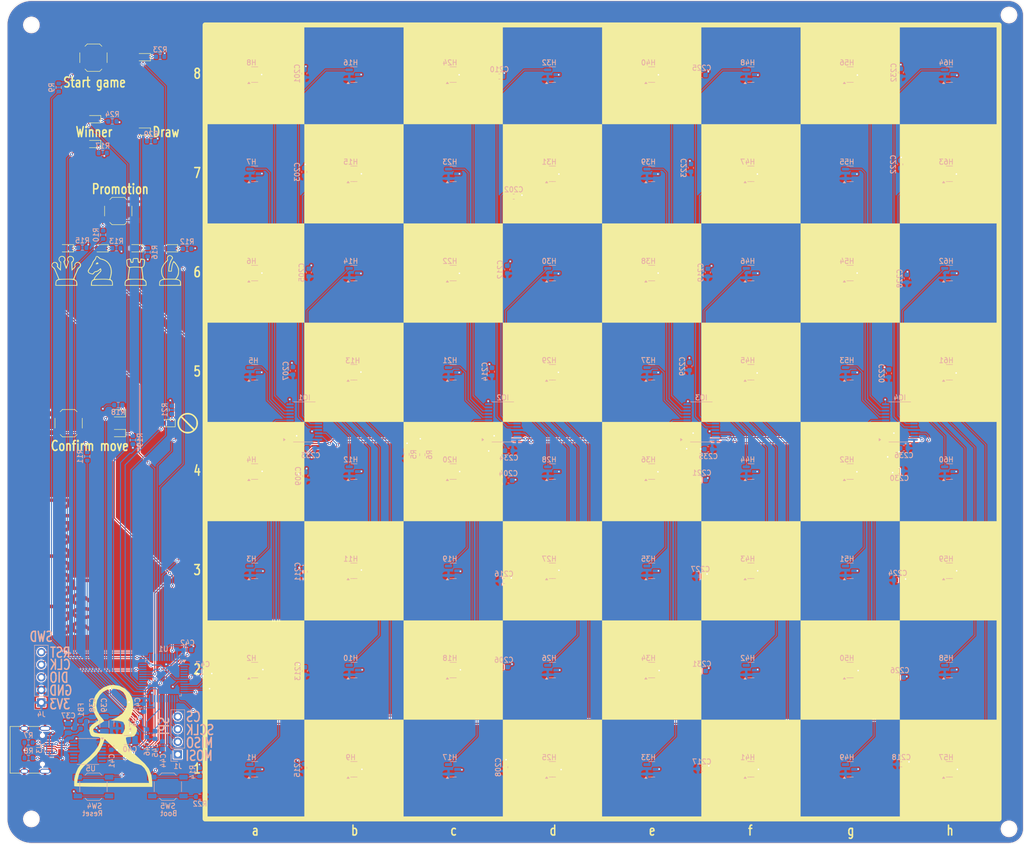
<source format=kicad_pcb>
(kicad_pcb (version 20241229) (generator "pcbnew") (generator_version "9.0")
  (layers (0 "F.Cu" signal) (2 "B.Cu" signal) (13 "F.Paste" user) (15 "B.Paste" user) (5 "F.SilkS" user "F.Silkscreen") (7 "B.SilkS" user "B.Silkscreen") (1 "F.Mask" user) (3 "B.Mask" user) (25 "Edge.Cuts" user))
  (net 0 "")
  (net 1 "GND")
  (net 2 "Net-(U4-VI)")
  (net 3 "Net-(U3-VBUS)")
  (net 4 "/3V3")
  (net 5 "Net-(U1-PB0)")
  (net 6 "Net-(U1-PB1)")
  (net 7 "Net-(U1-PB2)")
  (net 8 "/RST")
  (net 9 "Net-(D1-K)")
  (net 10 "Net-(D1-A)")
  (net 11 "Net-(D2-A)")
  (net 12 "Net-(D2-K)")
  (net 13 "Net-(D3-K)")
  (net 14 "Net-(D3-A)")
  (net 15 "Net-(D4-K)")
  (net 16 "Net-(D4-A)")
  (net 17 "Net-(D5-K)")
  (net 18 "Net-(D5-A)")
  (net 19 "Net-(D6-K)")
  (net 20 "Net-(D6-A)")
  (net 21 "Net-(D7-K)")
  (net 22 "Net-(D7-A)")
  (net 23 "Net-(D9-A)")
  (net 24 "Net-(D9-K)")
  (net 25 "Net-(D10-A)")
  (net 26 "Net-(D10-K)")
  (net 27 "Net-(H1-OUTPUT)")
  (net 28 "Net-(H2-OUTPUT)")
  (net 29 "Net-(H3-OUTPUT)")
  (net 30 "Net-(H4-OUTPUT)")
  (net 31 "Net-(H5-OUTPUT)")
  (net 32 "Net-(H6-OUTPUT)")
  (net 33 "Net-(H7-OUTPUT)")
  (net 34 "Net-(H8-OUTPUT)")
  (net 35 "Net-(H9-OUTPUT)")
  (net 36 "Net-(H10-OUTPUT)")
  (net 37 "Net-(H11-OUTPUT)")
  (net 38 "Net-(H12-OUTPUT)")
  (net 39 "Net-(H13-OUTPUT)")
  (net 40 "Net-(H14-OUTPUT)")
  (net 41 "Net-(H15-OUTPUT)")
  (net 42 "Net-(H16-OUTPUT)")
  (net 43 "Net-(H17-OUTPUT)")
  (net 44 "Net-(H18-OUTPUT)")
  (net 45 "Net-(H19-OUTPUT)")
  (net 46 "Net-(H20-OUTPUT)")
  (net 47 "Net-(H21-OUTPUT)")
  (net 48 "Net-(H22-OUTPUT)")
  (net 49 "Net-(H23-OUTPUT)")
  (net 50 "Net-(H24-OUTPUT)")
  (net 51 "Net-(H25-OUTPUT)")
  (net 52 "Net-(H26-OUTPUT)")
  (net 53 "Net-(H27-OUTPUT)")
  (net 54 "Net-(H28-OUTPUT)")
  (net 55 "Net-(H29-OUTPUT)")
  (net 56 "Net-(H30-OUTPUT)")
  (net 57 "Net-(H31-OUTPUT)")
  (net 58 "Net-(H32-OUTPUT)")
  (net 59 "Net-(H33-OUTPUT)")
  (net 60 "Net-(H34-OUTPUT)")
  (net 61 "Net-(H35-OUTPUT)")
  (net 62 "Net-(H36-OUTPUT)")
  (net 63 "Net-(H37-OUTPUT)")
  (net 64 "Net-(H38-OUTPUT)")
  (net 65 "Net-(H39-OUTPUT)")
  (net 66 "Net-(H40-OUTPUT)")
  (net 67 "Net-(H41-OUTPUT)")
  (net 68 "Net-(H42-OUTPUT)")
  (net 69 "Net-(H43-OUTPUT)")
  (net 70 "Net-(H44-OUTPUT)")
  (net 71 "Net-(H45-OUTPUT)")
  (net 72 "Net-(H46-OUTPUT)")
  (net 73 "Net-(H47-OUTPUT)")
  (net 74 "Net-(H48-OUTPUT)")
  (net 75 "Net-(H49-OUTPUT)")
  (net 76 "Net-(H50-OUTPUT)")
  (net 77 "Net-(H51-OUTPUT)")
  (net 78 "Net-(H52-OUTPUT)")
  (net 79 "Net-(H53-OUTPUT)")
  (net 80 "Net-(H54-OUTPUT)")
  (net 81 "Net-(H55-OUTPUT)")
  (net 82 "Net-(H56-OUTPUT)")
  (net 83 "Net-(H57-OUTPUT)")
  (net 84 "Net-(H58-OUTPUT)")
  (net 85 "Net-(H59-OUTPUT)")
  (net 86 "Net-(H60-OUTPUT)")
  (net 87 "Net-(H61-OUTPUT)")
  (net 88 "Net-(H62-OUTPUT)")
  (net 89 "Net-(H63-OUTPUT)")
  (net 90 "Net-(H64-OUTPUT)")
  (net 91 "/16_HallSwitches/IO1_INT")
  (net 92 "/16_HallSwitches/IO2_INT")
  (net 93 "/16_HallSwitches/IO3_INT")
  (net 94 "/16_HallSwitches/IO4_INT")
  (net 95 "/SPI_MOSI")
  (net 96 "/SPI_SCLK")
  (net 97 "/SPI_MISO")
  (net 98 "/SPI_CS")
  (net 99 "/USB_N")
  (net 101 "Net-(J3-CC1)")
  (net 102 "/USB_P")
  (net 103 "Net-(J3-CC2)")
  (net 105 "/SWDIO")
  (net 106 "/SWCLK")
  (net 107 "/SDA")
  (net 108 "/SCL")
  (net 109 "Net-(R9-Pad1)")
  (net 110 "Net-(R10-Pad1)")
  (net 111 "Net-(R11-Pad1)")
  (net 112 "Net-(U1-BOOT0)")
  (net 113 "Net-(R22-Pad1)")
  (net 115 "Net-(D8-A)")
  (net 119 "/MCU_RX")
  (net 127 "/MCU_TX")
  (net 135 "Net-(D8-K)")
  (net 136 "Net-(D11-A)")
  (net 137 "Net-(D11-K)")
  (footprint "Connector_USB:USB_C_Receptacle_HRO_TYPE-C-31-M-12" (layer "F.Cu") (at 79.62 206.07 -90)
    (property "Reference" "J3" (hide yes))
    (property "Value" "USB_C_Receptacle_USB2.0_16P")
  )
  (footprint "LED_SMD:LED_0603_1608Metric" (layer "F.Cu") (at 102.5 66.5 180)
    (property "Reference" "D8" (hide yes))
    (property "Value" "~")
  )
  (footprint "chesspieces:wn" (layer "F.Cu") (at 94 109.5)
    (property "Reference" "G***" (hide yes))
    (property "Value" "LOGO" (hide yes))
  )
  (footprint "chesspieces:wq" (layer "F.Cu") (at 87 109.5)
    (property "Reference" "G***" (hide yes))
    (property "Value" "LOGO" (hide yes))
  )
  (footprint "Button_Switch_SMD:SW_SPST_TL3342" (layer "F.Cu") (at 97.5 97.5)
    (property "Reference" "SW2" (hide yes))
    (property "Value" "SW_Push")
  )
  (footprint "LED_SMD:LED_0603_1608Metric" (layer "F.Cu") (at 92.5 79 180)
    (property "Reference" "D11" (hide yes))
    (property "Value" "~")
  )
  (footprint "LED_SMD:LED_0603_1608Metric" (layer "F.Cu") (at 108 105 180)
    (property "Reference" "D6" (hide yes))
    (property "Value" "~")
  )
  (footprint "LED_SMD:LED_0603_1608Metric" (layer "F.Cu") (at 97.5 138.25 180)
    (property "Reference" "D2" (hide yes))
    (property "Value" "~")
  )
  (footprint "Button_Switch_SMD:SW_SPST_TL3342" (layer "F.Cu") (at 92.5 66.6)
    (property "Reference" "SW1" (hide yes))
    (property "Value" "SW_Push")
  )
  (footprint "LED_SMD:LED_0603_1608Metric" (layer "F.Cu") (at 97.5 142.25 180)
    (property "Reference" "D1" (hide yes))
    (property "Value" "~")
  )
  (footprint "LED_SMD:LED_0603_1608Metric" (layer "F.Cu") (at 107.5 140.25 180)
    (property "Reference" "D5" (hide yes))
    (property "Value" "~")
  )
  (footprint "LED_SMD:LED_0603_1608Metric" (layer "F.Cu") (at 92.5 84 180)
    (property "Reference" "D3" (hide yes))
    (property "Value" "~")
  )
  (footprint "LED_SMD:LED_0603_1608Metric" (layer "F.Cu") (at 101 105 180)
    (property "Reference" "D10" (hide yes))
    (property "Value" "~")
  )
  (footprint "LED_SMD:LED_0603_1608Metric" (layer "F.Cu") (at 87 105 180)
    (property "Reference" "D9" (hide yes))
    (property "Value" "~")
  )
  (footprint "LED_SMD:LED_0603_1608Metric" (layer "F.Cu") (at 94 105 180)
    (property "Reference" "D7" (hide yes))
    (property "Value" "~")
  )
  (footprint "symbols:forbidden" (layer "F.Cu") (at 111.5 140.25)
    (property "Reference" "G***" (hide yes))
    (property "Value" "LOGO" (hide yes))
  )
  (footprint "chesspieces:wr" (layer "F.Cu") (at 101 109.5)
    (property "Reference" "G***" (hide yes))
    (property "Value" "LOGO" (hide yes))
  )
  (footprint "chesspieces:wp" (layer "F.Cu") (at 96.5 201.25)
    (property "Reference" "G***" (hide yes))
    (property "Value" "LOGO" (hide yes))
  )
  (footprint "LED_SMD:LED_0603_1608Metric" (layer "F.Cu") (at 102.5 81.5 180)
    (property "Reference" "D4" (hide yes))
    (property "Value" "~")
  )
  (footprint "Button_Switch_SMD:SW_SPST_TL3342" (layer "F.Cu") (at 87.5 140.25)
    (property "Reference" "SW3" (hide yes))
    (property "Value" "SW_Push")
  )
  (footprint "chesspieces:wb" (layer "F.Cu") (at 108 109.5)
    (property "Reference" "G***" (hide yes))
    (property "Value" "LOGO" (hide yes))
  )
  (footprint "Capacitor_SMD:C_0805_2012Metric" (layer "B.Cu") (at 92.3 200.4 -90)
    (property "Reference" "C38")
    (property "Value" "1uF")
  )
  (footprint "Resistor_SMD:R_0603_1608Metric" (layer "B.Cu") (at 97.5 136.6)
    (property "Reference" "R18")
    (property "Value" "1K")
  )
  (footprint "Capacitor_SMD:C_0603_1608Metric" (layer "B.Cu") (at 135.1 170.2 -90)
    (property "Reference" "C211")
    (property "Value" "100nF")
  )
  (footprint "Package_TO_SOT_SMD:SOT-23" (layer "B.Cu") (at 144.9875 90)
    (property "Reference" "H15")
    (property "Value" "SM351LT")
  )
  (footprint "Capacitor_SMD:C_0603_1608Metric" (layer "B.Cu") (at 215.075 70.1 180)
    (property "Reference" "C225")
    (property "Value" "100nF")
  )
  (footprint "Capacitor_SMD:C_0603_1608Metric" (layer "B.Cu") (at 106.4 205.15 -90)
    (property "Reference" "C44")
    (property "Value" "100nF")
  )
  (footprint "Package_TO_SOT_SMD:SOT-23" (layer "B.Cu") (at 224.9875 170)
    (property "Reference" "H43")
    (property "Value" "SM351LT")
  )
  (footprint "Capacitor_SMD:C_0603_1608Metric" (layer "B.Cu") (at 175.9 109.3 -90)
    (property "Reference" "C212")
    (property "Value" "100nF")
  )
  (footprint "Package_TO_SOT_SMD:SOT-23" (layer "B.Cu") (at 144.9875 130)
    (property "Reference" "H13")
    (property "Value" "SM351LT")
  )
  (footprint "Package_SO:TSSOP-24_4.4x7.8mm_P0.65mm" (layer "B.Cu") (at 255 140)
    (property "Reference" "IO4")
    (property "Value" "TCA9535PWR")
  )
  (footprint "Package_TO_SOT_SMD:SOT-23" (layer "B.Cu") (at 124.9875 190)
    (property "Reference" "H2")
    (property "Value" "SM351LT")
  )
  (footprint "Capacitor_SMD:C_0603_1608Metric" (layer "B.Cu") (at 215.1 151.7 180)
    (property "Reference" "C221")
    (property "Value" "100nF")
  )
  (footprint "Package_TO_SOT_SMD:SOT-23" (layer "B.Cu") (at 184.9875 90)
    (property "Reference" "H31")
    (property "Value" "SM351LT")
  )
  (footprint "Capacitor_SMD:C_0603_1608Metric" (layer "B.Cu") (at 175.2 189.4 180)
    (property "Reference" "C206")
    (property "Value" "100nF")
  )
  (footprint "Package_TO_SOT_SMD:SOT-23" (layer "B.Cu") (at 244.9875 210)
    (property "Reference" "H49")
    (property "Value" "SM351LT")
  )
  (footprint "Package_TO_SOT_SMD:SOT-23" (layer "B.Cu") (at 124.9875 150)
    (property "Reference" "H4")
    (property "Value" "SM351LT")
  )
  (footprint "Capacitor_SMD:C_0603_1608Metric" (layer "B.Cu") (at 215.1 209.9 180)
    (property "Reference" "C217")
    (property "Value" "100nF")
  )
  (footprint "Package_TO_SOT_SMD:SOT-23" (layer "B.Cu") (at 204.9875 170)
    (property "Reference" "H35")
    (property "Value" "SM351LT")
  )
  (footprint "Resistor_SMD:R_0603_1608Metric" (layer "B.Cu") (at 90.275 104.875 180)
    (property "Reference" "R15")
    (property "Value" "1K")
  )
  (footprint "Capacitor_SMD:C_0603_1608Metric" (layer "B.Cu") (at 96.1 205.3 90)
    (property "Reference" "C41")
    (property "Value" "100nF")
  )
  (footprint "Capacitor_SMD:C_0603_1608Metric" (layer "B.Cu") (at 135 209.7 -90)
    (property "Reference" "C215")
    (property "Value" "100nF")
  )
  (footprint "Capacitor_SMD:C_0603_1608Metric" (layer "B.Cu") (at 256.4 111.1 -90)
    (property "Reference" "C228")
    (property "Value" "100nF")
  )
  (footprint "Capacitor_SMD:C_0603_1608Metric" (layer "B.Cu") (at 215.1 190.2 180)
    (property "Reference" "C231")
    (property "Value" "100nF")
  )
  (footprint "Package_TO_SOT_SMD:SOT-23" (layer "B.Cu") (at 144.9875 150)
    (property "Reference" "H12")
    (property "Value" "SM351LT")
  )
  (footprint "Package_TO_SOT_SMD:SOT-23" (layer "B.Cu") (at 224.9875 190)
    (property "Reference" "H42")
    (property "Value" "SM351LT")
  )
  (footprint "Resistor_SMD:R_0603_1608Metric" (layer "B.Cu") (at 79.4 204.6 180)
    (property "Reference" "R7")
    (property "Value" "5K1")
  )
  (footprint "Capacitor_SMD:C_0603_1608Metric" (layer "B.Cu") (at 135.1 190.2 -90)
    (property "Reference" "C213")
    (property "Value" "100nF")
  )
  (footprint "Resistor_SMD:R_0603_1608Metric" (layer "B.Cu") (at 94.375 85.8 180)
    (property "Reference" "R17")
    (property "Value" "1K")
  )
  (footprint "Capacitor_SMD:C_0603_1608Metric" (layer "B.Cu") (at 103.25 202.75 -90)
    (property "Reference" "C46")
    (property "Value" "100nF")
  )
  (footprint "Package_TO_SOT_SMD:SOT-23" (layer "B.Cu") (at 164.9875 130)
    (property "Reference" "H21")
    (property "Value" "SM351LT")
  )
  (footprint "Capacitor_SMD:C_0603_1608Metric" (layer "B.Cu") (at 175.5 209.575 -90)
    (property "Reference" "C208")
    (property "Value" "100nF")
  )
  (footprint "Resistor_SMD:R_0603_1608Metric" (layer "B.Cu") (at 108.3 137.575 -90)
    (property "Reference" "R21")
    (property "Value" "1K")
  )
  (footprint "Capacitor_SMD:C_0603_1608Metric" (layer "B.Cu") (at 104.9 203.1 -90)
    (property "Reference" "C45")
    (property "Value" "100nF")
  )
  (footprint "Resistor_SMD:R_0603_1608Metric" (layer "B.Cu") (at 155.6 146.525 90)
    (property "Reference" "R5")
    (property "Value" "10K")
  )
  (footprint "Capacitor_SMD:C_1206_3216Metric" (layer "B.Cu") (at 94.7 200.9 -90)
    (property "Reference" "C39")
    (property "Value" "10uF")
  )
  (footprint "Package_TO_SOT_SMD:SOT-23" (layer "B.Cu") (at 124.9875 110)
    (property "Reference" "H6")
    (property "Value" "SM351LT")
  )
  (footprint "Package_TO_SOT_SMD:SOT-23" (layer "B.Cu") (at 164.9875 190)
    (property "Reference" "H18")
    (property "Value" "SM351LT")
  )
  (footprint "Package_TO_SOT_SMD:SOT-666" (layer "B.Cu") (at 83.6 205.8 -90)
    (property "Reference" "U3")
    (property "Value" "USBLC6-2P6")
  )
  (footprint "Package_TO_SOT_SMD:SOT-23" (layer "B.Cu") (at 264.9875 170)
    (property "Reference" "H59")
    (property "Value" "SM351LT")
  )
  (footprint "Capacitor_SMD:C_0603_1608Metric" (layer "B.Cu") (at 174.3 70.4 180)
    (property "Reference" "C210")
    (property "Value" "100nF")
  )
  (footprint "Resistor_SMD:R_0603_1608Metric" (layer "B.Cu") (at 96.3 79.45 180)
    (property "Reference" "R24")
    (property "Value" "1K")
  )
  (footprint "Package_TO_SOT_SMD:SOT-23" (layer "B.Cu") (at 144.9875 170)
    (property "Reference" "H11")
    (property "Value" "SM351LT")
  )
  (footprint "Capacitor_SMD:C_0603_1608Metric" (layer "B.Cu") (at 132.7 129.7 -90)
    (property "Reference" "C207")
    (property "Value" "100nF")
  )
  (footprint "Capacitor_SMD:C_0603_1608Metric" (layer "B.Cu") (at 255.825 145.3)
    (property "Reference" "C236")
    (property "Value" "100nF")
  )
  (footprint "Package_TO_SOT_SMD:SOT-23" (layer "B.Cu") (at 124.9875 70)
    (property "Reference" "H8")
    (property "Value" "SM351LT")
  )
  (footprint "Resistor_SMD:R_0603_1608Metric" (layer "B.Cu") (at 105.95 66.4 180)
    (property "Reference" "R23")
    (property "Value" "1K")
  )
  (footprint "Package_TO_SOT_SMD:SOT-23" (layer "B.Cu") (at 244.9875 70)
    (property "Reference" "H56")
    (property "Value" "SM351LT")
  )
  (footprint "Package_TO_SOT_SMD:SOT-23" (layer "B.Cu") (at 184.9875 150)
    (property "Reference" "H28")
    (property "Value" "SM351LT")
  )
  (footprint "Resistor_SMD:R_0603_1608Metric" (layer "B.Cu") (at 113.975 215.525)
    (property "Reference" "R22")
    (property "Value" "1K")
  )
  (footprint "Package_TO_SOT_SMD:SOT-23" (layer "B.Cu") (at 264.9875 70)
    (property "Reference" "H64")
    (property "Value" "SM351LT")
  )
  (footprint "Package_TO_SOT_SMD:SOT-23" (layer "B.Cu") (at 164.9875 210)
    (property "Reference" "H17")
    (property "Value" "SM351LT")
  )
  (footprint "Capacitor_SMD:C_0603_1608Metric" (layer "B.Cu") (at 214.825 171.1 180)
    (property "Reference" "C227")
    (property "Value" "100nF")
  )
  (footprint "Capacitor_SMD:C_0603_1608Metric" (layer "B.Cu") (at 176.1 151.8 180)
    (property "Reference" "C204")
    (property "Value" "100nF")
  )
  (footprint "Capacitor_SMD:C_0603_1608Metric" (layer "B.Cu") (at 172.8 129.875 -90)
    (property "Reference" "C214")
    (property "Value" "100nF")
  )
  (footprint "Connector_PinHeader_2.54mm:PinHeader_1x05_P2.54mm_Vertical" (layer "B.Cu") (at 82 196.54)
    (property "Reference" "J4")
    (property "Value" "Conn_01x05_Pin")
  )
  (footprint "Capacitor_SMD:C_0603_1608Metric" (layer "B.Cu") (at 255.2 69.6 -90)
    (property "Reference" "C232")
    (property "Value" "100nF")
  )
  (footprint "Capacitor_SMD:C_0603_1608Metric" (layer "B.Cu") (at 254.9 149.9)
    (property "Reference" "C230")
    (property "Value" "100nF")
  )
  (footprint "Package_TO_SOT_SMD:SOT-23" (layer "B.Cu") (at 184.9875 190)
    (property "Reference" "H26")
    (property "Value" "SM351LT")
  )
  (footprint "Package_TO_SOT_SMD:SOT-23" (layer "B.Cu") (at 244.9875 190)
    (property "Reference" "H50")
    (property "Value" "SM351LT")
  )
  (footprint "Capacitor_SMD:C_0603_1608Metric" (layer "B.Cu") (at 254.575 171.9 180)
    (property "Reference" "C224")
    (property "Value" "100nF")
  )
  (footprint "Package_TO_SOT_SMD:SOT-23" (layer "B.Cu") (at 124.9875 170)
    (property "Reference" "H3")
    (property "Value" "SM351LT")
  )
  (footprint "Package_TO_SOT_SMD:SOT-23" (layer "B.Cu") (at 204.9875 190)
    (property "Reference" "H34")
    (property "Value" "SM351LT")
  )
  (footprint "Package_TO_SOT_SMD:SOT-23" (layer "B.Cu") (at 264.9875 90)
    (property "Reference" "H63")
    (property "Value" "SM351LT")
  )
  (footprint "Package_TO_SOT_SMD:SOT-23" (layer "B.Cu") (at 144.9875 70)
    (property "Reference" "H16")
    (property "Value" "SM351LT")
  )
  (footprint "Package_TO_SOT_SMD:SOT-23" (layer "B.Cu") (at 124.9875 210)
    (property "Reference" "H1")
    (property "Value" "SM351LT")
  )
  (footprint "Package_TO_SOT_SMD:SOT-23" (layer "B.Cu") (at 204.9875 90)
    (property "Reference" "H39")
    (property "Value" "SM351LT")
  )
  (footprint "Resistor_SMD:R_0603_1608Metric" (layer "B.Cu") (at 94.45 102.3 -90)
    (property "Reference" "R10")
    (property "Value" "3K3")
  )
  (footprint "Package_TO_SOT_SMD:SOT-23" (layer "B.Cu") (at 204.9875 210)
    (property "Reference" "H33")
    (property "Value" "SM351LT")
  )
  (footprint "Package_TO_SOT_SMD:SOT-23" (layer "B.Cu") (at 224.9875 110)
    (property "Reference" "H46")
    (property "Value" "SM351LT")
  )
  (footprint "Package_TO_SOT_SMD:SOT-23" (layer "B.Cu") (at 164.9875 110)
    (property "Reference" "H22")
    (property "Value" "SM351LT")
  )
  (footprint "Package_TO_SOT_SMD:SOT-23" (layer "B.Cu") (at 264.9875 110)
    (property "Reference" "H62")
    (property "Value" "SM351LT")
  )
  (footprint "Package_TO_SOT_SMD:SOT-23" (layer "B.Cu") (at 164.9875 70)
    (property "Reference" "H24")
    (property "Value" "SM351LT")
  )
  (footprint "Package_SO:TSSOP-24_4.4x7.8mm_P0.65mm" (layer "B.Cu") (at 215 140)
    (property "Reference" "IO3")
    (property "Value" "TCA9535PWR")
  )
  (footprint "Capacitor_SMD:C_0603_1608Metric" (layer "B.Cu") (at 212.6 128.8 -90)
    (property "Reference" "C229")
    (property "Value" "100nF")
  )
  (footprint "Package_TO_SOT_SMD:SOT-23" (layer "B.Cu") (at 184.9875 170)
    (property "Reference" "H27")
    (property "Value" "SM351LT")
  )
  (footprint "Resistor_SMD:R_0603_1608Metric" (layer "B.Cu") (at 79.425 207.725 180)
    (property "Reference" "R8")
    (property "Value" "5K1")
  )
  (footprint "Package_QFP:LQFP-48_7x7mm_P0.5mm" (layer "B.Cu") (at 106.6 191.6 180)
    (property "Reference" "U1")
    (property "Value" "STM32F030C6Tx")
  )
  (footprint "Capacitor_SMD:C_0603_1608Metric" (layer "B.Cu") (at 216.3 109.9 -90)
    (property "Reference" "C219")
    (property "Value" "100nF")
  )
  (footprint "Package_TO_SOT_SMD:SOT-23" (layer "B.Cu") (at 224.9875 210)
    (property "Reference" "H41")
    (property "Value" "SM351LT")
  )
  (footprint "Package_TO_SOT_SMD:SOT-23" (layer "B.Cu") (at 124.9875 130)
    (property "Reference" "H5")
    (property "Value" "SM351LT")
  )
  (footprint "Capacitor_SMD:C_1206_3216Metric" (layer "B.Cu") (at 99.4 204.1)
    (property "Reference" "C40")
    (property "Value" "10uF")
  )
  (footprint "Resistor_SMD:R_0603_1608Metric" (layer "B.Cu") (at 113.9 210.575 -90)
    (property "Reference" "R14")
    (property "Value" "10K")
  )
  (footprint "Package_TO_SOT_SMD:SOT-23" (layer "B.Cu") (at 144.9875 110)
    (property "Reference" "H14")
    (property "Value" "SM351LT")
  )
  (footprint "Resistor_SMD:R_0603_1608Metric" (layer "B.Cu") (at 85.5 72.6 -90)
    (property "Reference" "R9")
    (property "Value" "3K3")
  )
  (footprint "Package_TO_SOT_SMD:SOT-23" (layer "B.Cu") (at 164.9875 150)
    (property "Reference" "H20")
    (property "Value" "SM351LT")
  )
  (footprint "Resistor_SMD:R_0603_1608Metric" (layer "B.Cu") (at 111.375 105.1 180)
    (property "Reference" "R12")
    (property "Value" "1K")
  )
  (footprint "Package_TO_SOT_SMD:SOT-23" (layer "B.Cu") (at 224.9875 150)
    (property "Reference" "H44")
    (property "Value" "SM351LT")
  )
  (footprint "Capacitor_SMD:C_0603_1608Metric" (layer "B.Cu") (at 111.45 185.95 180)
    (property "Reference" "C42")
    (property "Value" "100nF")
  )
  (footprint "Resistor_SMD:R_0603_1608Metric" (layer "B.Cu") (at 103.425 105.8 90)
    (property "Reference" "R16")
    (property "Value" "1K")
  )
  (footprint "Capacitor_SMD:C_0603_1608Metric" (layer "B.Cu") (at 135 89.625 -90)
    (property "Reference" "C203")
    (property "Value" "100nF")
  )
  (footprint "Capacitor_SMD:C_0603_1608Metric" (layer "B.Cu") (at 102.65 197.6 90)
    (property "Reference" "C43")
    (property "Value" "100nF")
  )
  (footprint "Capacitor_SMD:C_0603_1608Metric" (layer "B.Cu") (at 175.225 172.06 180)
    (property "Reference" "C216")
    (property "Value" "100nF")
  )
  (footprint "Package_TO_SOT_SMD:SOT-23" (layer "B.Cu") (at 244.9875 110)
    (property "Reference" "H54")
    (property "Value" "SM351LT")
  )
  (footprint "Capacitor_SMD:C_0603_1608Metric" (layer "B.Cu") (at 212.9 88.8 -90)
    (property "Reference" "C223")
    (property "Value" "100nF")
  )
  (footprint "Package_TO_SOT_SMD:SOT-23" (layer "B.Cu") (at 204.9875 110)
    (property "Reference" "H38")
    (property "Value" "SM351LT")
  )
  (footprint "Package_TO_SOT_SMD:SOT-23" (layer "B.Cu") (at 184.9875 110)
    (property "Reference" "H30")
    (property "Value" "SM351LT")
  )
  (footprint "Capacitor_SMD:C_0603_1608Metric" (layer "B.Cu") (at 176.2 145.8)
    (property "Reference" "C234")
    (property "Value" "100nF")
  )
  (footprint "Package_TO_SOT_SMD:SOT-23" (layer "B.Cu") (at 184.9875 130)
    (property "Reference" "H29")
    (property "Value" "SM351LT")
  )
  (footprint "Package_TO_SOT_SMD:SOT-23" (layer "B.Cu") (at 244.9875 170)
    (property "Reference" "H51")
    (property "Value" "SM351LT")
  )
  (footprint "Package_SO:TSSOP-14_4.4x5mm_P0.65mm" (layer "B.Cu") (at 91.4 206.4 180)
    (property "Reference" "U5")
    (property "Value" "MCP2221AxST")
  )
  (footprint "Package_TO_SOT_SMD:SOT-23" (layer "B.Cu") (at 264.9875 150)
    (property "Reference" "H60")
    (property "Value" "SM351LT")
  )
  (footprint "Capacitor_SMD:C_0603_1608Metric" (layer "B.Cu") (at 114.55 190.275 180)
    (property "Reference" "C47")
    (property "Value" "100nF")
  )
  (footprint "Capacitor_SMD:C_0603_1608Metric" (layer "B.Cu") (at 135.9 109.9 -90)
    (property "Reference" "C205")
    (property "Value" "100nF")
  )
  (footprint "Button_Switch_SMD:SW_SPST_TL3342" (layer "B.Cu") (at 92.5 213.5 180)
    (property "Reference" "SW4")
    (property "Value" "SW_Push")
  )
  (footprint "Package_TO_SOT_SMD:SOT-23" (layer "B.Cu") (at 264.9875 190)
    (property "Reference" "H58")
    (property "Value" "SM351LT")
  )
  (footprint "Package_TO_SOT_SMD:SOT-23" (layer "B.Cu") (at 224.9875 70)
    (property "Reference" "H48")
    (property "Value" "SM351LT")
  )
  (footprint "Package_TO_SOT_SMD:SOT-23" (layer "B.Cu") (at 184.9875 70)
    (property "Reference" "H32")
    (property "Value" "SM351LT")
  )
  (footprint "Package_TO_SOT_SMD:SOT-23" (layer "B.Cu") (at 244.9875 90)
    (property "Reference" "H55")
    (property "Value" "SM351LT")
  )
  (footprint "Package_SO:TSSOP-24_4.4x7.8mm_P0.65mm" (layer "B.Cu") (at 175 140)
    (property "Reference" "IO2")
    (property "Value" "TCA9535PWR")
  )
  (footprint "Inductor_SMD:L_0603_1608Metric" (layer "B.Cu") (at 89.9 201 90)
    (property "Reference" "FB1")
    (property "Value" "100R")
  )
  (footprint "Package_TO_SOT_SMD:SOT-23" (layer "B.Cu") (at 204.9875 130)
    (property "Reference" "H37")
    (property "Value" "SM351LT")
  )
  (footprint "Package_TO_SOT_SMD:SOT-23" (layer "B.Cu") (at 244.9875 150)
    (property "Reference" "H52")
    (property "Value" "SM351LT")
  )
  (footprint "Resistor_SMD:R_0603_1608Metric" (layer "B.Cu") (at 158.775 146.6 90)
    (property "Reference" "R6")
    (property "Value" "10K")
  )
  (footprint "Capacitor_SMD:C_0603_1608Metric" (layer "B.Cu") (at 177.2 94.6 180)
    (property "Reference" "C202")
    (property "Value" "100nF")
  )
  (footprint "Resistor_SMD:R_0603_1608Metric" (layer "B.Cu") (at 104.1 83.425 180)
    (property "Reference" "R20")
    (property "Value" "1K")
  )
  (footprint "Package_TO_SOT_SMD:SOT-23" (layer "B.Cu") (at 144.9875 190)
    (property "Reference" "H10")
    (property "Value" "SM351LT")
  )
  (footprint "Package_TO_SOT_SMD:SOT-23" (layer "B.Cu") (at 224.9875 90)
    (property "Reference" "H47")
    (property "Value" "SM351LT")
  )
  (footprint "Package_TO_SOT_SMD:SOT-23" (layer "B.Cu") (at 144.9875 210)
    (property "Reference" "H9")
    (property "Value" "SM351LT")
  )
  (footprint "Capacitor_SMD:C_0603_1608Metric" (layer "B.Cu") (at 255.1 88.1 -90)
    (property "Reference" "C222")
    (property "Value" "100nF")
  )
  (footprint "Capacitor_SMD:C_0603_1608Metric" (layer "B.Cu") (at 216.4 145.5)
    (property "Reference" "C235")
    (property "Value" "100nF")
  )
  (footprint "Capacitor_SMD:C_0603_1608Metric" (layer "B.Cu") (at 255.3 209 180)
    (property "Reference" "C218")
    (property "Value" "100nF")
  )
  (footprint "Capacitor_SMD:C_0603_1608Metric" (layer "B.Cu") (at 136.3 145.3)
    (property "Reference" "C233")
    (property "Value" "100nF")
  )
  (footprint "Package_TO_SOT_SMD:SOT-23" (layer "B.Cu") (at 204.9875 70)
    (property "Reference" "H40")
    (property "Value" "SM351LT")
  )
  (footprint "Capacitor_SMD:C_0603_1608Metric" (layer "B.Cu") (at 135 69.8 -90)
    (property "Reference" "C201")
    (property "Value" "100nF")
  )
  (footprint "Package_TO_SOT_SMD:SOT-23" (layer "B.Cu") (at 264.9875 130)
    (property "Reference" "H61")
    (property "Value" "SM351LT")
  )
  (footprint "Package_TO_SOT_SMD:SOT-23" (layer "B.Cu") (at 124.9875 90)
    (property "Reference" "H7")
    (property "Value" "SM351LT")
  )
  (footprint "Package_SO:TSSOP-24_4.4x7.8mm_P0.65mm" (layer "B.Cu") (at 135 140)
    (property "Reference" "IO1")
    (property "Value" "TCA9535PWR")
  )
  (footprint "Button_Switch_SMD:SW_SPST_TL3342" (layer "B.Cu") (at 107.5 213.5 180)
    (property "Reference" "SW5")
    (property "Value" "SW_Push")
  )
  (footprint "Package_TO_SOT_SMD:SOT-23" (layer "B.Cu") (at 164.9875 90)
    (property "Reference" "H23")
    (property "Value" "SM351LT")
  )
  (footprint "Package_TO_SOT_SMD:SOT-23-3" (layer "B.Cu") (at 98.2 200.6 90)
    (property "Reference" "U4")
    (property "Value" "XC6206PxxxMR")
  )
  (footprint "Resistor_SMD:R_0603_1608Metric" (layer "B.Cu") (at 91.25 146.95 -90)
    (property "Reference" "R11")
    (property "Value" "3K3")
  )
  (footprint "Capacitor_SMD:C_0603_1608Metric" (layer "B.Cu") (at 255 191.5 180)
    (property "Reference" "C226")
    (property "Value" "100nF")
  )
  (footprint "Capacitor_SMD:C_0603_1608Metric" (layer "B.Cu") (at 135.2 150.9 -90)
    (property "Reference" "C209")
    (property "Value" "100nF")
  )
  (footprint "Capacitor_SMD:C_0603_1608Metric" (layer "B.Cu") (at 252.8 130.2 -90)
    (property "Reference" "C220")
    (property "Value" "100nF")
  )
  (footprint "Resistor_SMD:R_0603_1608Metric" (layer "B.Cu") (at 100.45 143.65 90)
    (property "Reference" "R19")
    (property "Value" "1K")
  )
  (footprint "Connector_PinHeader_2.54mm:PinHeader_1x04_P2.54mm_Vertical" (layer "B.Cu") (at 109.5 207)
    (property "Reference" "J1")
    (property "Value" "Conn_01x04_Pin")
  )
  (footprint "Capacitor_SMD:C_0805_2012Metric" (layer "B.Cu") (at 87.4 201.7 90)
    (property "Reference" "C37")
    (property "Value" "1uF")
  )
  (footprint "Package_TO_SOT_SMD:SOT-23" (layer "B.Cu") (at 264.9875 210)
    (property "Reference" "H57")
    (property "Value" "SM351LT")
  )
  (footprint "Resistor_SMD:R_0603_1608Metric" (layer "B.Cu") (at 97.125 105 180)
    (property "Reference" "R13")
    (property "Value" "1K")
  )
  (footprint "Package_TO_SOT_SMD:SOT-23" (layer "B.Cu") (at 204.9875 150)
    (property "Reference" "H36")
    (property "Value" "SM351LT")
  )
  (footprint "Package_TO_SOT_SMD:SOT-23" (layer "B.Cu") (at 244.9875 130)
    (property "Reference" "H53")
    (property "Value" "SM351LT")
  )
  (footprint "Package_TO_SOT_SMD:SOT-23" (layer "B.Cu") (at 164.9875 170)
    (property "Reference" "H19")
    (property "Value" "SM351LT")
  )
  (footprint "Package_TO_SOT_SMD:SOT-23" (layer "B.Cu") (at 184.9875 210)
    (property "Reference" "H25")
    (property "Value" "SM351LT")
  )
  (footprint "Package_TO_SOT_SMD:SOT-23" (layer "B.Cu") (at 224.9875 130)
    (property "Reference" "H45")
    (property "Value" "SM351LT")
  )
  (gr_rect (start 115 140) (end 135 160) (fill yes) (layer "F.SilkS"))
  (gr_rect (start 115 100) (end 135 120) (fill yes) (layer "F.SilkS"))
  (gr_rect (start 115 60) (end 275 220) (stroke (width 1)) (fill no) (layer "F.SilkS"))
  (gr_rect (start 135 80) (end 155 100) (fill yes) (layer "F.SilkS"))
  (gr_rect (start 235 140) (end 255 160) (fill yes) (layer "F.SilkS"))
  (gr_rect (start 195 140) (end 215 160) (fill yes) (layer "F.SilkS"))
  (gr_rect (start 175 200) (end 195 220) (fill yes) (layer "F.SilkS"))
  (gr_rect (start 155 140) (end 175 160) (fill yes) (layer "F.SilkS"))
  (gr_rect (start 115 180) (end 135 200) (fill yes) (layer "F.SilkS"))
  (gr_rect (start 155 60) (end 175 80) (fill yes) (layer "F.SilkS"))
  (gr_rect (start 175 120) (end 195 140) (fill yes) (layer "F.SilkS"))
  (gr_rect (start 215 120) (end 235 140) (fill yes) (layer "F.SilkS"))
  (gr_rect (start 135 160) (end 155 180) (fill yes) (layer "F.SilkS"))
  (gr_rect (start 235 180) (end 255 200) (fill yes) (layer "F.SilkS"))
  (gr_rect (start 195 100) (end 215 120) (fill yes) (layer "F.SilkS"))
  (gr_rect (start 195 60) (end 215 80) (fill yes) (layer "F.SilkS"))
  (gr_rect (start 175 160) (end 195 180) (fill yes) (layer "F.SilkS"))
  (gr_rect (start 215 160) (end 235 180) (fill yes) (layer "F.SilkS"))
  (gr_rect (start 255 120) (end 275 140) (fill yes) (layer "F.SilkS"))
  (gr_rect (start 135 200) (end 155 220) (fill yes) (layer "F.SilkS"))
  (gr_rect (start 155 180) (end 175 200) (fill yes) (layer "F.SilkS"))
  (gr_rect (start 235 60) (end 255 80) (fill yes) (layer "F.SilkS"))
  (gr_rect (start 195 180) (end 215 200) (fill yes) (layer "F.SilkS"))
  (gr_rect (start 255 160) (end 275 180) (fill yes) (layer "F.SilkS"))
  (gr_rect (start 135 120) (end 155 140) (fill yes) (layer "F.SilkS"))
  (gr_rect (start 155 100) (end 175 120) (fill yes) (layer "F.SilkS"))
  (gr_rect (start 175 80) (end 195 100) (fill yes) (layer "F.SilkS"))
  (gr_rect (start 215 200) (end 235 220) (fill yes) (layer "F.SilkS"))
  (gr_rect (start 255 200) (end 275 220) (fill yes) (layer "F.SilkS"))
  (gr_rect (start 235 100) (end 255 120) (fill yes) (layer "F.SilkS"))
  (gr_rect (start 115 60) (end 135 80) (fill yes) (layer "F.SilkS"))
  (gr_rect (start 215 80) (end 235 100) (fill yes) (layer "F.SilkS"))
  (gr_rect (start 255 80) (end 275 100) (fill yes) (layer "F.SilkS"))
  (gr_circle (center 277 222) (end 278.5 222) (stroke (width 0.05)) (fill no) (layer "Edge.Cuts"))
  (gr_arc (start 280 222) (mid 279.12132 224.12132) (end 277 225) (stroke (width 0.05)) (layer "Edge.Cuts"))
  (gr_line (start 277 55) (end 80 55) (stroke (width 0.05)) (layer "Edge.Cuts"))
  (gr_line (start 75 60) (end 75 220) (stroke (width 0.05)) (layer "Edge.Cuts"))
  (gr_arc (start 277 55) (mid 279.12132 55.87868) (end 280 58) (stroke (width 0.05)) (layer "Edge.Cuts"))
  (gr_line (start 80 225) (end 277 225) (stroke (width 0.05)) (layer "Edge.Cuts"))
  (gr_arc (start 80 225) (mid 76.464466 223.535534) (end 75 220) (stroke (width 0.05)) (layer "Edge.Cuts"))
  (gr_circle (center 80 220) (end 78.5 220) (stroke (width 0.05)) (fill no) (layer "Edge.Cuts"))
  (gr_circle (center 80 60) (end 80 58.5) (stroke (width 0.05)) (fill no) (layer "Edge.Cuts"))
  (gr_line (start 280 58) (end 280 222) (stroke (width 0.05)) (layer "Edge.Cuts"))
  (gr_circle (center 277 58) (end 277 56.5) (stroke (width 0.05)) (fill no) (layer "Edge.Cuts"))
  (gr_arc (start 75 60) (mid 76.464466 56.464466) (end 80 55) (stroke (width 0.05)) (layer "Edge.Cuts"))
  (gr_text "Benjamin Schmid Ties" (at 82 183.5 90) (layer "F.Cu") (effects (font (size 4 3) (thickness 0.7) (bold yes)) (justify left bottom)))
  (gr_text "2025" (at 93 183.25 90) (layer "F.Cu") (effects (font (size 4 3) (thickness 0.7) (bold yes)) (justify left bottom)))
  (gr_text "echessboard" (at 88 183.5 90) (layer "F.Cu") (effects (font (size 4 3) (thickness 0.7) (bold yes)) (justify left bottom)))
  (gr_text "4" (at 112.5 151 0) (layer "F.SilkS") (effects (font (size 2 1.5) (thickness 0.3)) (justify left bottom)))
  (gr_text "e" (at 204.25 223.5 0) (layer "F.SilkS") (effects (font (size 2 1.5) (thickness 0.3)) (justify left bottom)))
  (gr_text "Start game" (at 86.25 72.75 0) (layer "F.SilkS") (effects (font (size 2 1.5) (thickness 0.3)) (justify left bottom)))
  (gr_text "f" (at 224.25 223.5 0) (layer "F.SilkS") (effects (font (size 2 1.5) (thickness 0.3)) (justify left bottom)))
  (gr_text "1" (at 112.5 211 0) (layer "F.SilkS") (effects (font (size 2 1.5) (thickness 0.3)) (justify left bottom)))
  (gr_text "7" (at 112.5 91 0) (layer "F.SilkS") (effects (font (size 2 1.5) (thickness 0.3)) (justify left bottom)))
  (gr_text "b" (at 144.25 223.5 0) (layer "F.SilkS") (effects (font (size 2 1.5) (thickness 0.3)) (justify left bottom)))
  (gr_text "c" (at 164.25 223.5 0) (layer "F.SilkS") (effects (font (size 2 1.5) (thickness 0.3)) (justify left bottom)))
  (gr_text "5" (at 112.5 131 0) (layer "F.SilkS") (effects (font (size 2 1.5) (thickness 0.3)) (justify left bottom)))
  (gr_text "Draw" (at 104.25 82.75 0) (layer "F.SilkS") (effects (font (size 2 1.5) (thickness 0.3)) (justify left bottom)))
  (gr_text "Promotion" (at 92 94.25 0) (layer "F.SilkS") (effects (font (size 2 1.5) (thickness 0.3)) (justify left bottom)))
  (gr_text "Confirm move\n" (at 83.75 146 0) (layer "F.SilkS") (effects (font (size 2 1.5) (thickness 0.3)) (justify left bottom)))
  (gr_text "3" (at 112.5 171 0) (layer "F.SilkS") (effects (font (size 2 1.5) (thickness 0.3)) (justify left bottom)))
  (gr_text "h" (at 264.25 223.5 0) (layer "F.SilkS") (effects (font (size 2 1.5) (thickness 0.3)) (justify left bottom)))
  (gr_text "2" (at 112.5 191 0) (layer "F.SilkS") (effects (font (size 2 1.5) (thickness 0.3)) (justify left bottom)))
  (gr_text "a" (at 124.25 223.5 0) (layer "F.SilkS") (effects (font (size 2 1.5) (thickness 0.3)) (justify left bottom)))
  (gr_text "g" (at 244.25 223.5 0) (layer "F.SilkS") (effects (font (size 2 1.5) (thickness 0.3)) (justify left bottom)))
  (gr_text "d" (at 184.25 223.5 0) (layer "F.SilkS") (effects (font (size 2 1.5) (thickness 0.3)) (justify left bottom)))
  (gr_text "8" (at 112.5 71 0) (layer "F.SilkS") (effects (font (size 2 1.5) (thickness 0.3)) (justify left bottom)))
  (gr_text "6" (at 112.5 111 0) (layer "F.SilkS") (effects (font (size 2 1.5) (thickness 0.3)) (justify left bottom)))
  (gr_text "Winner" (at 88.75 82.75 0) (layer "F.SilkS") (effects (font (size 2 1.5) (thickness 0.3)) (justify left bottom)))
  (gr_text "SPI" (at 107.9 199.25 90) (layer "B.SilkS") (effects (font (size 2 1.5) (thickness 0.3)) (justify left bottom mirror)))
  (gr_text "3V3" (at 88 198.05 0) (layer "B.SilkS") (effects (font (size 2 1.5) (thickness 0.3)) (justify left bottom mirror)))
  (gr_text "DIO" (at 87.65 192.7 0) (layer "B.SilkS") (effects (font (size 2 1.5) (thickness 0.3)) (justify left bottom mirror)))
  (gr_text "GND" (at 88.4 195.3 -0) (layer "B.SilkS") (effects (font (size 2 1.5) (thickness 0.3)) (justify left bottom mirror)))
  (gr_text "MISO" (at 116.8 205.85 0) (layer "B.SilkS") (effects (font (size 2 1.5) (thickness 0.3)) (justify left bottom mirror)))
  (gr_text "CLK" (at 88.1 190.1 0) (layer "B.SilkS") (effects (font (size 2 1.5) (thickness 0.3)) (justify left bottom mirror)))
  (gr_text "SCLK" (at 117 203.25 0) (layer "B.SilkS") (effects (font (size 2 1.5) (thickness 0.3)) (justify left bottom mirror)))
  (gr_text "MOSI" (at 116.7 208.45 0) (layer "B.SilkS") (effects (font (size 2 1.5) (thickness 0.3)) (justify left bottom mirror)))
  (gr_text "RST" (at 88.05 187.65 -0) (layer "B.SilkS") (effects (font (size 2 1.5) (thickness 0.3)) (justify left bottom mirror)))
  (gr_text "CS" (at 114.3 200.6 0) (layer "B.SilkS") (effects (font (size 2 1.5) (thickness 0.3)) (justify left bottom mirror)))
  (gr_text "Boot" (at 109.5 219.5 0) (layer "B.SilkS") (effects (font (size 1.05 1) (thickness 0.175)) (justify left bottom mirror)))
  (gr_text "Reset" (at 94.5 219.5 0) (layer "B.SilkS") (effects (font (size 1.05 1) (thickness 0.175)) (justify left bottom mirror)))
  (gr_text "SWD" (at 84.5 184.45 0) (layer "B.SilkS") (effects (font (size 2 1.5) (thickness 0.3)) (justify left bottom mirror)))
  (segment (start 103.4 204.65) (end 102.4 205.65) (width 0.2) (layer "F.Cu") (net 1))
  (segment (start 103.4 204.55) (end 103.4 204.65) (width 0.2) (layer "F.Cu") (net 1))
  (via (at 212.3 135.85) (size 0.6) (drill 0.3) (layers "F.Cu" "B.Cu") (net 1))
  (via (at 126.4 70) (size 0.6) (drill 0.3) (layers "F.Cu" "B.Cu") (net 1))
  (via (at 246.45 170) (size 0.6) (drill 0.3) (layers "F.Cu" "B.Cu") (net 1))
  (via (at 99.9 202.65) (size 0.6) (drill 0.3) (layers "F.Cu" "B.Cu") (net 1))
  (via (at 133.95 188.85) (size 0.6) (drill 0.3) (layers "F.Cu" "B.Cu") (net 1))
  (via (at 246.6 190.1) (size 0.6) (drill 0.3) (layers "F.Cu" "B.Cu") (net 1))
  (via (at 101.9 198.3) (size 0.6) (drill 0.3) (layers "F.Cu" "B.Cu") (net 1))
  (via (at 100.45 145.2) (size 0.6) (drill 0.3) (layers "F.Cu" "B.Cu") (net 1))
  (via (at 136.45 147.15) (size 0.6) (drill 0.3) (layers "F.Cu" "B.Cu") (net 1))
  (via (at 166.2 70.05) (size 0.6) (drill 0.3) (layers "F.Cu" "B.Cu") (net 1))
  (via (at 186.75 210.05) (size 0.6) (drill 0.3) (layers "F.Cu" "B.Cu") (net 1))
  (via (at 176.85 188.8) (size 0.6) (drill 0.3) (layers "F.Cu" "B.Cu") (net 1))
  (via (at 186.3 169.9) (size 0.6) (drill 0.3) (layers "F.Cu" "B.Cu") (net 1))
  (via (at 103.4 204.55) (size 0.6) (drill 0.3) (layers "F.Cu" "B.Cu") (net 1))
  (via (at 166.75 210.1) (size 0.6) (drill 0.3) (layers "F.Cu" "B.Cu") (net 1))
  (via (at 108 135.65) (size 0.6) (drill 0.3) (layers "F.Cu" "B.Cu") (net 1))
  (via (at 104.3 194.598527) (size 0.6) (drill 0.3) (layers "F.Cu" "B.Cu") (net 1))
  (via (at 226.35 110.05) (size 0.6) (drill 0.3) (layers "F.Cu" "B.Cu") (net 1))
  (via (at 216.65 141.9) (size 0.6) (drill 0.3) (layers "F.Cu" "B.Cu") (net 1))
  (via (at 266.45 170) (size 0.6) (drill 0.3) (layers "F.Cu" "B.Cu") (net 1))
  (via (at 133.65 208.25) (size 0.6) (drill 0.3) (layers "F.Cu" "B.Cu") (net 1))
  (via (at 88.55 214.45) (size 0.6) (drill 0.3) (layers "F.Cu" "B.Cu") (net 1))
  (via (at 206.35 170) (size 0.6) (drill 0.3) (layers "F.Cu" "B.Cu") (net 1))
  (via (at 216.5 189.6) (size 0.6) (drill 0.3) (layers "F.Cu" "B.Cu") (net 1))
  (via (at 186.45 190) (size 0.6) (drill 0.3) (layers "F.Cu" "B.Cu") (net 1))
  (via (at 126.5 210) (size 0.6) (drill 0.3) (layers "F.Cu" "B.Cu") (net 1))
  (via (at 253.55 150.2) (size 0.6) (drill 0.3) (layers "F.Cu" "B.Cu") (net 1))
  (via (at 226.3 90.05) (size 0.6) (drill 0.3) (layers "F.Cu" "B.Cu") (net 1))
  (via (at 246.35 150.05) (size 0.6) (drill 0.3) (layers "F.Cu" "B.Cu") (net 1))
  (via (at 146.6 210) (size 0.6) (drill 0.3) (layers "F.Cu" "B.Cu") (net 1))
  (via (at 166.25 90) (size 0.6) (drill 0.3) (layers "F.Cu" "B.Cu") (net 1))
  (via (at 266.45 189.9) (size 0.6) (drill 0.3) (layers "F.Cu" "B.Cu") (net 1))
  (via (at 226.25 150) (size 0.6) (drill 0.3) (layers "F.Cu" "B.Cu") (net 1))
  (via (at 126.5 149.95) (size 0.6) (drill 0.3) (layers "F.Cu" "B.Cu") (net 1))
  (via (at 206.35 70.05) (size 0.6) (drill 0.3) (layers "F.Cu" "B.Cu") (net 1))
  (via (at 178.85 94.3) (size 0.6) (drill 0.3) (layers "F.Cu" "B.Cu") (net 1))
  (via (at 266.6 210) (size 0.6) (drill 0.3) (layers "F.Cu" "B.Cu") (net 1))
  (via (at 213.35 142.25) (size 0.6) (drill 0.3) (layers "F.Cu" "B.Cu") (net 1))
  (via (at 172.3 128.35) (size 0.6) (drill 0.3) (layers "F.Cu" "B.Cu") (net 1))
  (via (at 226.25 130.1375) (size 0.6) (drill 0.3) (layers "F.Cu" "B.Cu") (net 1))
  (via (at 89.05 203.8) (size 0.6) (drill 0.3) (layers "F.Cu" "B.Cu") (net 1))
  (via (at 175.3 69.7) (size 0.6) (drill 0.3) (layers "F.Cu" "B.Cu") (net 1))
  (via (at 133.95 169.35) (size 0.6) (drill 0.3) (layers "F.Cu" "B.Cu") (net 1))
  (via (at 107.15 188.85) (size 0.6) (drill 0.3) (layers "F.Cu" "B.Cu") (net 1))
  (via (at 106.85 65.7) (size 0.6) (drill 0.3) (layers "F.Cu" "B.Cu") (net 1))
  (via (at 135.2 88.1) (size 0.6) (drill 0.3) (layers "F.Cu" "B.Cu") (net 1))
  (via (at 84.3 202.6) (size 0.6) (drill 0.3) (layers "F.Cu" "B.Cu") (net 1))
  (via (at 172.05 135.8) (size 0.6) (drill 0.3) (layers "F.Cu" "B.Cu") (net 1))
  (via (at 146.5 90) (size 0.6) (drill 0.3) (layers "F.Cu" "B.Cu") (net 1))
  (via (at 226.4 70.1) (size 0.6) (drill 0.3) (layers "F.Cu" "B.Cu") (net 1))
  (via (at 88.1 200.25) (size 0.6) (drill 0.3) (layers "F.Cu" "B.Cu") (net 1))
  (via (at 126.65 189.9) (size 0.6) (drill 0.3) (layers "F.Cu" "B.Cu") (net 1))
  (via (at 105.95 206.6) (size 0.6) (drill 0.3) (layers "F.Cu" "B.Cu") (net 1))
  (via (at 266.4 90.05) (size 0.6) (drill 0.3) (layers "F.Cu" "B.Cu") (net 1))
  (via (at 246.35 90.05) (size 0.6) (drill 0.3) (layers "F.Cu" "B.Cu") (net 1))
  (via (at 226.35 170) (size 0.6) (drill 0.3) (layers "F.Cu" "B.Cu") (net 1))
  (via (at 146.4 110.0875) (size 0.6) (drill 0.3) (layers "F.Cu" "B.Cu") (net 1))
  (via (at 126.45 110) (size 0.6) (drill 0.3) (layers "F.Cu" "B.Cu") (net 1))
  (via (at 97.75 79.6) (size 0.6) (drill 0.3) (layers "F.Cu" "B.Cu") (net 1))
  (via (at 166.2 130.05) (size 0.6) (drill 0.3) (layers "F.Cu" "B.Cu") (net 1))
  (via (at 146.45 70) (size 0.6) (drill 0.3) (layers "F.Cu" "B.Cu") (net 1))
  (via (at 126.45 89.95) (size 0.6) (drill 0.3) (layers "F.Cu" "B.Cu") (net 1))
  (via (at 166.3 150) (size 0.6) (drill 0.3) (layers "F.Cu" "B.Cu") (net 1))
  (via (at 78.55 206.15) (size 0.6) (drill 0.3) (layers "F.Cu" "B.Cu") (net 1))
  (via (at 186.2 110.1375) (size 0.6) (drill 0.3) (layers "F.Cu" "B.Cu") (net 1))
  (via (at 93.125 201.675) (size 0.6) (drill 0.3) (layers "F.Cu" "B.Cu") (net 1))
  (via (at 216.4 69.4) (size 0.6) (drill 0.3) (layers "F.Cu" "B.Cu") (net 1))
  (via (at 166.45 170.1) (size 0.6) (drill 0.3) (layers "F.Cu" "B.Cu") (net 1))
  (via (at 256.85 208.5) (size 0.6) (drill 0.3) (layers "F.Cu" "B.Cu") (net 1))
  (via (at 177.55 151.65) (size 0.6) (drill 0.3) (layers "F.Cu" "B.Cu") (net 1))
  (via (at 146.5 149.95) (size 0.6) (drill 0.3) (layers "F.Cu" "B.Cu") (net 1))
  (via (at 86.75 200.25) (size 0.6) (drill 0.3) (layers "F.Cu" "B.Cu") (net 1))
  (via (at 212.7 87.4) (size 0.6) (drill 0.3) (layers "F.Cu" "B.Cu") (net 1))
  (via (at 100.15 205.05) (size 0.6) (drill 0.3) (layers "F.Cu" "B.Cu") (net 1))
  (via (at 226.5 210) (size 0.6) (drill 0.3) (layers "F.Cu" "B.Cu") (net 1))
  (via (at 166.25 110.05) (size 0.6) (drill 0.3) (layers "F.Cu" "B.Cu") (net 1))
  (via (at 246.4 110) (size 0.6) (drill 0.3) (layers "F.Cu" "B.Cu") (net 1))
  (via (at 254.85 146) (size 0.6) (drill 0.3) (layers "F.Cu" "B.Cu") (net 1))
  (via (at 173.25 142.8) (size 0.6) (drill 0.3) (layers "F.Cu" "B.Cu") (net 1))
  (via (at 94.4 137.35) (size 0.6) (drill 0.3) (layers "F.Cu" "B.Cu") (net 1))
  (via (at 186.25 70.05) (size 0.6) (drill 0.3) (layers "F.Cu" "B.Cu") (net 1))
  (via (at 256.4 191.3) (size 0.6) (drill 0.3) (layers "F.Cu" "B.Cu") (net 1))
  (via (at 166.45 189.95) (size 0.6) (drill 0.3) (layers "F.Cu" "B.Cu") (net 1))
  (via (at 126.4 130) (size 0.6) (drill 0.3) (layers "F.Cu" "B.Cu") (net 1))
  (via (at 175.65 208.05) (size 0.6) (drill 0.3) (layers "F.Cu" "B.Cu") (net 1))
  (via (at 126.65 170.05) (size 0.6) (drill 0.3) (layers "F.Cu" "B.Cu") (net 1))
  (via (at 93.7 202.25) (size 0.6) (drill 0.3) (layers "F.Cu" "B.Cu") (net 1))
  (via (at 266.35 130.1375) (size 0.6) (drill 0.3) (layers "F.Cu" "B.Cu") (net 1))
  (via (at 214.85 145.45) (size 0.6) (drill 0.3) (layers "F.Cu" "B.Cu") (net 1))
  (via (at 216.15 170.65) (size 0.6) (drill 0.3) (layers "F.Cu" "B.Cu") (net 1))
  (via (at 133.45 142.8) (size 0.6) (drill 0.3) (layers "F.Cu" "B.Cu") (net 1))
  (via (at 255.3 86.7) (size 0.6) (drill 0.3) (layers "F.Cu" "B.Cu") (net 1))
  (via (at 186.2 130) (size 0.6) (drill 0.3) (layers "F.Cu" "B.Cu") (net 1))
  (via (at 97.25 206.1) (size 0.6) (drill 0.3) (layers "F.Cu" "B.Cu") (net 1))
  (via (at 206.5 209.95) (size 0.6) (drill 0.3) (layers "F.Cu" "B.Cu") (net 1))
  (via (at 132.05 135.45) (size 0.6) (drill 0.3) (layers "F.Cu" "B.Cu") (net 1))
  (via (at 206.3 110) (size 0.6) (drill 0.3) (layers "F.Cu" "B.Cu") (net 1))
  (via (at 246.45 70.1) (size 0.6) (drill 0.3) (layers "F.Cu" "B.Cu") (net 1))
  (via (at 135.3 68.35) (size 0.6) (drill 0.3) (layers "F.Cu" "B.Cu") (net 1))
  (via (at 206.25 150.05) (size 0.6) (drill 0.3) (layers "F.Cu" "B.Cu") (net 1))
  (via (at 246.4 130.05) (size 0.6) (drill 0.3) (layers "F.Cu" "B.Cu") (net 1))
  (via (at 226.35 189.9) (size 0.6) (drill 0.3) (layers "F.Cu" "B.Cu") (net 1))
  (via (at 113 105) (size 0.6) (drill 0.3) (layers "F.Cu" "B.Cu") (net 1))
  (via (at 108.5 193.35) (size 0.6) (drill 0.3) (layers "F.Cu" "B.Cu") (net 1))
  (via (at 216.3 151.3) (size 0.6) (drill 0.3) (layers "F.Cu" "B.Cu") (net 1))
  (via (at 206.3 130.05) (size 0.6) (drill 0.3) (layers "F.Cu" "B.Cu") (net 1))
  (via (at 146.5 169.85) (size 0.6) (drill 0.3) (layers "F.Cu" "B.Cu") (net 1))
  (via (at 206.5 190.1) (size 0.6) (drill 0.3) (layers "F.Cu" "B.Cu") (net 1))
  (via (at 136.55 141.9) (size 0.6) (drill 0.3) (layers "F.Cu" "B.Cu") (net 1))
  (via (at 256.55 109.75) (size 0.6) (drill 0.3) (layers "F.Cu" "B.Cu") (net 1))
  (via (at 255.2 68) (size 0.6) (drill 0.3) (layers "F.Cu" "B.Cu") (net 1))
  (via (at 256.15 171.65) (size 0.6) (drill 0.3) (layers "F.Cu" "B.Cu") (net 1))
  (via (at 113.85 209.05) (size 0.6) (drill 0.3) (layers "F.Cu" "B.Cu") (net 1))
  (via (at 186.3 90.05) (size 0.6) (drill 0.3) (layers "F.Cu" "B.Cu") (net 1))
  (via (at 251.95 129) (size 0.6) (drill 0.3) (layers "F.Cu" "B.Cu") (net 1))
  (via (at 136.4 108.45) (size 0.6) (drill 0.3) (layers "F.Cu" "B.Cu") (net 1))
  (via (at 176.5 107.65) (size 0.6) (drill 0.3) (layers "F.Cu" "B.Cu") (net 1))
  (via (at 116.35 190.7) (size 0.6) (drill 0.3) (layers "F.Cu" "B.Cu") (net 1))
  (via (at 94.7 86.4) (size 0.6) (drill 0.3) (layers "F.Cu" "B.Cu") (net 1))
  (via (at 103.45 107.25) (size 0.6) (drill 0.3) (layers "F.Cu" "B.Cu") (net 1))
  (via (at 98.15 105.65) (size 0.6) (drill 0.3) (layers "F.Cu" "B.Cu") (net 1))
  (via (at 146.65 189.95) (size 0.6) (drill 0.3) (layers "F.Cu" "B.Cu") (net 1))
  (via (at 132.5 128.1) (size 0.6) (drill 0.3) (layers "F.Cu" "B.Cu") (net 1))
  (via (at 266.35 150) (size 0.6) (drill 0.3) (layers "F.Cu" "B.Cu") (net 1))
  (via (at 217.05 108.55) (size 0.6) (drill 0.3) (layers "F.Cu" "B.Cu") (net 1))
  (via (at 266.45 110.05) (size 0.6) (drill 0.3) (layers "F.Cu" "B.Cu") (net 1))
  (via (at 176.7 171.45) (size 0.6) (drill 0.3) (layers "F.Cu" "B.Cu") (net 1))
  (via (at 206.25 90.05) (size 0.6) (drill 0.3) (layers "F.Cu" "B.Cu") (net 1))
  (via (at 216.5 209.3) (size 0.6) (drill 0.3) (layers "F.Cu" "B.Cu") (net 1))
  (via (at 186.3 150) (size 0.6) (drill 0.3) (layers "F.Cu" "B.Cu") (net 1))
  (via (at 252.05 135.5) (size 0.6) (drill 0.3) (layers "F.Cu" "B.Cu") (net 1))
  (via (at 102.4 205.65) (size 0.6) (drill 0.3) (layers "F.Cu" "B.Cu") (net 1))
  (via (at 212.6 127.1) (size 0.6) (drill 0.3) (layers "F.Cu" "B.Cu") (net 1))
  (via (at 146.4 129.95) (size 0.6) (drill 0.3) (layers "F.Cu" "B.Cu") (net 1))
  (via (at 91.45 104.25) (size 0.6) (drill 0.3) (layers "F.Cu" "B.Cu") (net 1))
  (via (at 253.8 142.25) (size 0.6) (drill 0.3) (layers "F.Cu" "B.Cu") (net 1))
  (via (at 105.45 82.9) (size 0.6) (drill 0.3) (layers "F.Cu" "B.Cu") (net 1))
  (via (at 266.5 70.15) (size 0.6) (drill 0.3) (layers "F.Cu" "B.Cu") (net 1))
  (via (at 135.45 149.4) (size 0.6) (drill 0.3) (layers "F.Cu" "B.Cu") (net 1))
  (via (at 246.6 209.95) (size 0.6) (drill 0.3) (layers "F.Cu" "B.Cu") (net 1))
  (via (at 112.65 185.2) (size 0.6) (drill 0.3) (layers "F.Cu" "B.Cu") (net 1))
  (segment (start 145.775 70) (end 146.45 70) (width 0.2) (layer "B.Cu") (net 1))
  (segment (start 256.35 209) (end 256.85 208.5) (width 0.2) (layer "B.Cu") (net 1))
  (segment (start 125.975 189.9) (end 126.65 189.9) (width 0.2) (layer "B.Cu") (net 1))
  (segment (start 101.975 198.375) (end 101.9 198.3) (width 0.2) (layer "B.Cu") (net 1))
  (segment (start 255.35 171.9) (end 255.9 171.9) (width 0.2) (layer "B.Cu") (net 1))
  (segment (start 91.1 104.6) (end 91.45 104.25) (width 0.2) (layer "B.Cu") (net 1))
  (segment (start 172.8 129.1) (end 172.8 128.85) (width 0.2) (layer "B.Cu") (net 1))
  (segment (start 92.3 201.35) (end 92.8 201.35) (width 0.2) (layer "B.Cu") (net 1))
  (segment (start 132.1375 135.5375) (end 132.05 135.45) (width 0.2) (layer "B.Cu") (net 1))
  (segment (start 97.95 105.45) (end 98.15 105.65) (width 0.2) (layer "B.Cu") (net 1))
  (segment (start 145.975 189.95) (end 146.65 189.95) (width 0.2) (layer "B.Cu") (net 1))
  (segment (start 212.1375 142.275) (end 213.325 142.275) (width 0.2) (layer "B.Cu") (net 1))
  (segment (start 92.8 201.35) (end 93.125 201.675) (width 0.4) (layer "B.Cu") (net 1))
  (segment (start 102.4 205.625) (end 100.875 204.1) (width 0.2) (layer "B.Cu") (net 1))
  (segment (start 172.1375 135.8875) (end 172.05 135.8) (width 0.2) (layer "B.Cu") (net 1))
  (segment (start 175.075 70.4) (end 175.075 69.925) (width 0.2) (layer "B.Cu") (net 1))
  (segment (start 166.65 210) (end 166.75 210.1) (width 0.2) (layer "B.Cu") (net 1))
  (segment (start 109.5 192.35) (end 108.5 193.35) (width 0.2) (layer "B.Cu") (net 1))
  (segment (start 252.1375 142.275) (end 253.775 142.275) (width 0.2) (layer "B.Cu") (net 1))
  (segment (start 212.1375 136.0125) (end 212.3 135.85) (width 0.2) (layer "B.Cu") (net 1))
  (segment (start 253.775 142.275) (end 253.8 142.25) (width 0.2) (layer "B.Cu") (net 1))
  (segment (start 133.325 142.925) (end 133.45 142.8) (width 0.2) (layer "B.Cu") (net 1))
  (segment (start 135.2 150.125) (end 135.2 149.65) (width 0.2) (layer "B.Cu") (net 1))
  (segment (start 215.9 190.2) (end 216.5 189.6) (width 0.2) (layer "B.Cu") (net 1))
  (segment (start 97.225 206.075) (end 97.25 206.1) (width 0.2) (layer "B.Cu") (net 1))
  (segment (start 125.725 70) (end 126.4 70) (width 0.2) (layer "B.Cu") (net 1))
  (segment (start 176.25 189.4) (end 176.85 188.8) (width 0.2) (layer "B.Cu") (net 1))
  (segment (start 135.9 108.95) (end 136.4 108.45) (width 0.2) (layer "B.Cu") (net 1))
  (segment (start 97.95 105) (end 97.95 105.45) (width 0.2) (layer "B.Cu") (net 1))
  (segment (start 205.575 90.05) (end 206.25 90.05) (width 0.2) (layer "B.Cu") (net 1))
  (segment (start 252.1375 136.425) (end 252.1375 135.5875) (width 0.2) (layer "B.Cu") (net 1))
  (segment (start 132.1375 142.275) (end 132.1375 142.925) (width 0.2) (layer "B.Cu") (net 1))
  (segment (start 102.65 198.375) (end 101.975 198.375) (width 0.2) (layer "B.Cu") (net 1))
  (segment (start 215.9 151.7) (end 216.3 151.3) (width 0.2) (layer "B.Cu") (net 1))
  (segment (start 135 88.85) (end 135 88.3) (width 0.2) (layer "B.Cu") (net 1))
  (segment (start 78.55 206.15) (end 78.55 207.675) (width 0.2) (layer "B.Cu") (net 1))
  (segment (start 125.775 110) (end 126.45 110) (width 0.2) (layer "B.Cu") (net 1))
  (segment (start 217.8625 141.625) (end 216.925 141.625) (width 0.2) (layer "B.Cu") (net 1))
  (segment (start 106.775 66.4) (end 106.775 65.775) (width 0.2) (layer "B.Cu") (net 1))
  (segment (start 108.3 135.95) (end 108 135.65) (width 0.2) (layer "B.Cu") (net 1))
  (segment (start 212.9 88.025) (end 212.9 87.6) (width 0.2) (layer "B.Cu") (net 1))
  (segment (start 175.425 144.975) (end 173.25 142.8) (width 0.2) (layer "B.Cu") (net 1))
  (segment (start 125.825 149.95) (end 126.5 149.95) (width 0.2) (layer "B.Cu") (net 1))
  (segment (start 104 203.875) (end 103.6 203.875) (width 0.2) (layer "B.Cu") (net 1))
  (segment (start 97.125 79.45) (end 97.6 79.45) (width 0.2) (layer "B.Cu") (net 1))
  (segment (start 135.1 169.425) (end 134.025 169.425) (width 0.2) (layer "B.Cu") (net 1))
  (segment (start 176.875 151.8) (end 177.4 151.8) (width 0.2) (layer "B.Cu") (net 1))
  (segment (start 112.225 185.625) (end 112.65 185.2) (width 0.2) (layer "B.Cu") (net 1))
  (segment (start 215.85 69.95) (end 216.4 69.4) (width 0.2) (layer "B.Cu") (net 1))
  (segment (start 135.525 145.3) (end 135.525 146.225) (width 0.2) (layer "B.Cu") (net 1))
  (segment (start 100.875 204.1) (end 100.875 203.625) (width 0.2) (layer "B.Cu") (net 1))
  (segment (start 216.3 109.125) (end 216.475 109.125) (width 0.2) (layer "B.Cu") (net 1))
  (segment (start 99.15 201.7375) (end 99.15 201.9) (width 0.2) (layer "B.Cu") (net 1))
  (segment (start 134.325 208.925) (end 133.65 208.25) (width 0.2) (layer "B.Cu") (net 1))
  (segment (start 112.2 105.1) (end 112.9 105.1) (width 0.2) (layer "B.Cu") (net 1))
  (segment (start 255.2 68.825) (end 255.2 68) (width 0.2) (layer "B.Cu") (net 1))
  (segment (start 83.6 204.875) (end 83.6 203.3) (width 0.3) (layer "B.Cu") (net 1))
  (segment (start 172.1375 142.925) (end 173.125 142.925) (width 0.2) (layer "B.Cu") (net 1))
  (segment (start 125.825 210) (end 126.5 210) (width 0.2) (layer "B.Cu") (net 1))
  (segment (start 136.825 141.625) (end 136.55 141.9) (width 0.2) (layer "B.Cu") (net 1))
  (segment (start 103.425 106.625) (end 103.425 107.225) (width 0.2) (layer "B.Cu") (net 1))
  (segment (start 106.775 65.775) (end 106.85 65.7) (width 0.2) (layer "B.Cu") (net 1))
  (segment (start 172.1375 142.275) (end 172.1375 142.925) (width 0.2) (layer "B.Cu") (net 1))
  (segment (start 94.7 202.375) (end 93.825 202.375) (width 0.2) (layer "B.Cu") (net 1))
  (segment (start 255.775 191.5) (end 256.2 191.5) (width 0.2) (layer "B.Cu") (net 1))
  (segment (start 132.7 128.3) (end 132.5 128.1) (width 0.2) (layer "B.Cu") (net 1))
  (segment (start 255.05 145.3) (end 255.05 145.8) (width 0.2) (layer "B.Cu") (net 1))
  (segment (start 176 172.06) (end 176.09 172.06) (width 0.2) (layer "B.Cu") (net 1))
  (segment (start 175.9 108.525) (end 175.9 108.25) (width 0.2) (layer "B.Cu") (net 1))
  (segment (start 255.1 86.9) (end 255.3 86.7) (width 0.2) (layer "B.Cu") (net 1))
  (segment (start 104.35 195.7625) (end 104.35 194.648527) (width 0.2) (layer "B.Cu") (net 1))
  (segment (start 256.2 191.5) (end 256.4 191.3) (width 0.2) (layer "B.Cu") (net 1))
  (segment (start 145.725 129.95) (end 146.4 129.95) (width 0.2) (layer "B.Cu") (net 1))
  (segment (start 175.075 69.925) (end 175.3 69.7) (width 0.2) (layer "B.Cu") (net 1))
  (segment (start 145.825 149.95) (end 146.5 149.95) (width 0.2) (layer "B.Cu") (net 1))
  (segment (start 215.875 209.9) (end 215.9 209.9) (width 0.2) (layer "B.Cu") (net 1))
  (segment (start 135.9 109.125) (end 135.9 108.95) (width 0.2) (layer "B.Cu") (net 1))
  (segment (start 105.35 82.9) (end 105.45 82.9) (width 0.2) (layer "B.Cu") (net 1))
  (segment (start 177.975 94.6) (end 178.55 94.6) (width 0.2) (layer "B.Cu") (net 1))
  (segment (start 115.925 190.275) (end 116.35 190.7) (width 0.2) (layer "B.Cu") (net 1))
  (segment (start 115.325 190.275) (end 115.925 190.275) (width 0.2) (layer "B.Cu") (net 1))
  (segment (start 105 83.35) (end 105 83.3) (width 0.2) (layer "B.Cu") (net 1))
  (segment (start 212.6 128.025) (end 212.6 127.1) (width 0.2) (layer "B.Cu") (net 1))
  (segment (start 165.525 70.05) (end 166.2 70.05) (width 0.2) (layer "B.Cu") (net 1))
  (segment (start 95.2 85.9) (end 94.7 86.4) (width 0.2) (layer "B.Cu") (net 1))
  (segment (start 256.4 109.9) (end 256.55 109.75) (width 0.2) (layer "B.Cu") (net 1))
  (segment (start 135 68.65) (end 135.3 68.35) (width 0.2) (layer "B.Cu") (net 1))
  (segment (start 104.925 83.425) (end 105 83.35) (width 0.2) (layer "B.Cu") (net 1))
  (segment (start 113.9 209.1) (end 113.85 209.05) (width 0.2) (layer "B.Cu") (net 1))
  (segment (start 252.1375 135.5875) (end 252.05 135.5) (width 0.2) (layer "B.Cu") (net 1))
  (segment (start 215.6 171.1) (end 215.7 171.1) (width 0.2) (layer "B.Cu") (net 1))
  (segment (start 212.9 87.6) (end 212.7 87.4) (width 0.2) (layer "B.Cu") (net 1))
  (segment (start 125.725 130) (end 126.4 130) (width 0.2) (layer "B.Cu") (net 1))
  (segment (start 177.4 151.8) (end 177.55 151.65) (width 0.2) (layer "B.Cu") (net 1))
  (segment (start 255.1 87.325) (end 255.1 86.9) (width 0.2) (layer "B.Cu") (net 1))
  (segment (start 252.375 129.425) (end 251.95 129) (width 0.2) (layer "B.Cu") (net 1))
  (segment (start 212.1375 136.425) (end 212.1375 136.0125) (width 0.2) (layer "B.Cu") (net 1))
  (segment (start 165.925 210) (end 166.65 210) (width 0.2) (layer "B.Cu") (net 1))
  (segment (start 104.9 203.875) (end 104 203.875) (width 0.2) (layer "B.Cu") (net 1))
  (segment (start 215.875 151.7) (end 215.9 151.7) (width 0.2) (layer "B.Cu") (net 1))
  (segment (start 106.4 205.925) (end 106.4 206.15) (width 0.2) (layer "B.Cu") (net 1))
  (segment (start 103.425 107.225) (end 103.45 107.25) (width 0.2) (layer "B.Cu") (net 1))
  (segment (start 134.025 169.425) (end 133.95 169.35) (width 0.2) (layer "B.Cu") (net 1))
  (segment (start 106.4 206.15) (end 105.95 206.6) (width 0.2) (layer "B.Cu") (net 1))
  (segment (start 103.6 203.875) (end 103.25 203.525) (width 0.2) (layer "B.Cu") (net 1))
  (segment (start 95.2 85.8) (end 95.2 85.9) (width 0.2) (layer "B.Cu") (net 1))
  (segment (start 96.1 206.075) (end 97.225 206.075) (width 0.2) (layer "B.Cu") (net 1))
  (segment (start 93.825 202.375) (end 93.125 201.675) (width 0.4) (layer "B.Cu") (net 1))
  (segment (start 78.55 207.675) (end 78.6 207.725) (width 0.2) (layer "B.Cu") (net 1))
  (segment (start 89.35 215.4) (end 89.35 215.25) (width 0.2) (layer "B.Cu") (net 1))
  (segment (start 253.85 149.9) (end 253.55 150.2) (width 0.2) (layer "B.Cu") (net 1))
  (segment (start 88.5375 204.3125) (end 89.05 203.8) (width 0.2) (layer "B.Cu") (net 1))
  (segment (start 102.4 205.65) (end 102.4 205.625) (width 0.2) (layer "B.Cu") (net 1))
  (segment (start 145.825 90) (end 146.5 90) (width 0.2) (layer "B.Cu") (net 1))
  (segment (start 132.1375 142.925) (end 133.325 142.925) (width 0.2) (layer "B.Cu") (net 1))
  (segment (start 108.3 136.75) (end 108.3 135.95) (width 0.2) (layer "B.Cu") (net 1))
  (segment (start 245.675 90.05) (end 246.35 90.05) (width 0.2) (layer "B.Cu") (net 1))
  (segment (start 215.9 209.9) (end 216.5 209.3) (width 0.2) (layer "B.Cu") (net 1))
  (segment (start 175.5 208.8) (end 175.5 208.2) (width 0.2) (layer "B.Cu") (net 1))
  (segment (start 175.5 208.2) (end 175.65 208.05) (width 0.2) (layer "B.Cu") (net 1))
  (segment (start 214.9 145.5) (end 214.85 145.45) (width 0.2) (layer "B.Cu") (net 1))
  (segment (start 145.925 210) (end 146.6 210) (width 0.2) (layer "B.Cu") (net 1))
  (segment (start 185.925 210) (end 186.7 210) (width 0.2) (layer "B.Cu") (net 1))
  (segment (start 108.208824 188.85) (end 107.15 188.85) (width 0.2) (layer "B.Cu") (net 1))
  (segment (start 215.625 145.5) (end 214.9 145.5) (width 0.2) (layer "B.Cu") (net 1))
  (segment (start 110.7625 192.35) (end 109.5 192.35) (width 0.2) (layer "B.Cu") (net 1))
  (segment (start 91.1 104.875) (end 91.1 104.6) (width 0.2) (layer "B.Cu") (net 1))
  (segment (start 137.8625 141.625) (end 136.825 141.625) (width 0.2) (layer "B.Cu") (net 1))
  (segment (start 178.55 94.6) (end 178.85 94.3) (width 0.2) (layer "B.Cu") (net 1))
  (segment (start 215.7 171.1) (end 216.15 170.65) (width 0.2) (layer "B.Cu") (net 1))
  (segment (start 100.875 203.625) (end 99.9 202.65) (width 0.2) (layer "B.Cu") (net 1))
  (segment (start 89.35 215.25) (end 88.55 214.45) (width 0.2) (layer "B.Cu") (net 1))
  (segment (start 252.8 129.425) (end 252.375 129.425) (width 0.2) (layer "B.Cu") (net 1))
  (segment (start 172.1375 136.425) (end 172.1375 135.8875) (width 0.2) (layer "B.Cu") (net 1))
  (segment (start 256.075 209) (end 256.35 209) (width 0.2) (layer "B.Cu") (net 1))
  (segment (start 97.6 79.45) (end 97.75 79.6) (width 0.2) (layer "B.Cu") (net 1))
  (segment (start 104 203.95) (end 103.4 204.55) (width 0.2) (layer "B.Cu") (net 1))
  (segment (start 95.65 215.4) (end 89.35 215.4) (width 0.2) (layer "B.Cu") (net 1))
  (segment (start 135 69.025) (end 135 68.65) (width 0.2) (layer "B.Cu") (net 1))
  (segment (start 105 83.3) (end 105 83.25) (width 0.2) (layer "B.Cu") (net 1))
  (segment (start 108.85 187.4375) (end 108.85 188.208824) (width 0.2) (layer "B.Cu") (net 1))
  (segment (start 172.8 128.85) (end 172.3 128.35) (width 0.2) (layer "B.Cu") (net 1))
  (segment (start 104 203.875) (end 104 203.95) (width 0.2) (layer "B.Cu") (net 1))
  (segment (start 113.9 209.75) (end 113.9 209.1) (width 0.2) (layer "B.Cu") (net 1))
  (segment (start 186.7 210) (end 186.75 210.05) (width 0.2) (layer "B.Cu") (net 1))
  (segment (start 216.475 109.125) (end 217.05 108.55) (width 0.2) (layer "B.Cu") (net 1))
  (segment (start 255.05 145.8) (end 254.85 146) (width 0.2) (layer "B.Cu") (net 1))
  (segment (start 112.9 105.1) (end 113 105) (width 0.2) (layer "B.Cu") (net 1))
  (segment (start 145.725 110.0875) (end 146.4 110.0875) (width 0.2) (layer "B.Cu") (net 1))
  (segment (start 125.775 89.95) (end 126.45 89.95) (width 0.2) (layer "B.Cu") (net 1))
  (segment (start 216.925 141.625) (end 216.65 141.9) (width 0.2) (layer "B.Cu") (net 1))
  (segment (start 112.225 185.95) (end 112.225 185.625) (width 0.2) (layer "B.Cu") (net 1))
  (segment (start 96.675 136.6) (end 95.15 136.6) (width 0.2) (layer "B.Cu") (net 1))
  (segment (start 100.875 204.325) (end 100.15 205.05) (width 0.2) (layer "B.Cu") (net 1))
  (segment (start 125.975 170.05) (end 126.65 170.05) (width 0.2) (layer "B.Cu") (net 1))
  (segment (start 256.4 110.325) (end 256.4 109.9) (width 0.2) (layer "B.Cu") (net 1))
  (segment (start 88.5375 204.45) (end 88.5375 204.3125) (width 0.2) (layer "B.Cu") (net 1))
  (segment (start 100.45 144.475) (end 100.45 145.2) (width 0.2) (layer "B.Cu") (net 1))
  (segment (start 104.35 194.648527) (end 104.3 194.598527) (width 0.2) (layer "B.Cu") (net 1))
  (segment (start 213.325 142.275) (end 213.35 142.25) (width 0.2) (layer "B.Cu") (net 1))
  (segment (start 255.9 171.9) (end 256.15 171.65) (width 0.2) (layer "B.Cu") (net 1))
  (segment (start 254.125 149.9) (end 253.85 149.9) (width 0.2) (layer "B.Cu") (net 1))
  (segment (start 100.875 204.1) (end 100.875 204.325) (width 0.2) (layer "B.Cu") (net 1))
  (segment (start 135.2 149.65) (end 135.45 149.4) (width 0.2) (layer "B.Cu") (net 1))
  (segment (start 99.15 201.9) (end 99.9 202.65) (width 0.2) (layer "B.Cu") (net 1))
  (segment (start 135 88.3) (end 135.2 88.1) (width 0.2) (layer "B.Cu") (net 1))
  (segment (start 83.6 203.3) (end 84.3 202.6) (width 0.3) (layer "B.Cu") (net 1))
  (segment (start 215.875 190.2) (end 215.9 190.2) (width 0.2) (layer "B.Cu") (net 1))
  (segment (start 108.85 188.208824) (end 108.208824 188.85) (width 0.2) (layer "B.Cu") (net 1))
  (segment (start 175.975 189.4) (end 176.25 189.4) (width 0.2) (layer "B.Cu") (net 1))
  (segment (start 78.575 206.125) (end 78.55 206.15) (width 0.2) (layer "B.Cu") (net 1))
  (segment (start 132.7 128.925) (end 132.7 128.3) (width 0.2) (layer "B.Cu") (net 1))
  (segment (start 215.85 70.1) (end 215.85 69.95) (width 0.2) (layer "B.Cu") (net 1))
  (segment (start 175.9 108.25) (end 176.5 107.65) (width 0.2) (layer "B.Cu") (net 1))
  (segment (start 145.825 169.85) (end 146.5 169.85) (width 0.2) (layer "B.Cu") (net 1))
  (segment (start 132.1375 136.425) (end 132.1375 135.5375) (width 0.2) (layer "B.Cu") (net 1))
  (segment (start 175.425 145.8) (end 175.425 144.975) (width 0.2) (layer "B.Cu") (net 1))
  (segment (start 135.1 189.425) (end 134.525 189.425) (width 0.2) (layer "B.Cu") (net 1))
  (segment (start 135 208.925) (end 134.325 208.925) (width 0.2) (layer "B.Cu") (net 1))
  (segment (start 173.125 142.925) (end 173.25 142.8) (width 0.2) (layer "B.Cu") (net 1))
  (segment (start 105 83.25) (end 105.35 82.9) (width 0.2) (layer "B.Cu") (net 1))
  (segment (start 78.575 204.6) (end 78.575 206.125) (width 0.2) (layer "B.Cu") (net 1))
  (segment (start 95.15 136.6) (end 94.4 137.35) (width 0.2) (layer "B.Cu") (net 1))
  (segment (start 135.525 146.225) (end 136.45 147.15) (width 0.2) (layer "B.Cu") (net 1))
  (segment (start 176.09 172.06) (end 176.7 171.45) (width 0.2) (layer "B.Cu") (net 1))
  (segment (start 134.525 189.425) (end 133.95 188.85) (width 0.2) (layer "B.Cu") (net 1))
  (segment (start 98.2 199.4625) (end 94.7375 199.4625) (width 0.4) (layer "B.Cu") (net 2))
  (segment (start 92.275 199.425) (end 92.3 199.45) (width 0.4) (layer "B.Cu") (net 2))
  (segment (start 92.45 199.45) (end 92.475 199.425) (width 0.4) (layer "B.Cu") (net 2))
  (segment (start 89.9 200.2125) (end 90.6875 199.425) (width 0.4) (layer "B.Cu") (net 2))
  (segment (start 90.6875 199.425) (end 92.275 199.425) (width 0.4) (layer "B.Cu") (net 2))
  (segment (start 92.475 199.425) (end 94.7 199.425) (width 0.4) (layer "B.Cu") (net 2))
  (segment (start 94.7375 199.4625) (end 94.7 199.425) (width 0.4) (layer "B.Cu") (net 2))
  (segment (start 92.3 199.45) (end 92.45 199.45) (width 0.4) (layer "B.Cu") (net 2))
  (segment (start 86.3 207.8) (end 86.3 208.1) (width 0.4) (layer "F.Cu") (net 3))
  (segment (start 85.62 203.62) (end 86 204) (width 0.4) (layer "F.Cu") (net 3))
  (segment (start 85.88 208.52) (end 83.665 208.52) (width 0.4) (layer "F.Cu") (net 3))
  (segment (start 86.3 208.1) (end 85.88 208.52) (width 0.4) (layer "F.Cu") (net 3))
  (segment (start 83.665 203.62) (end 85.62 203.62) (width 0.4) (layer "F.Cu") (net 3))
  (via (at 86.3 207.8) (size 0.6) (drill 0.3) (layers "F.Cu" "B.Cu") (net 3))
  (via (at 86 204) (size 0.6) (drill 0.3) (layers "F.Cu" "B.Cu") (net 3))
  (segment (start 85.85 207.8) (end 85.35 207.3) (width 0.3) (layer "B.Cu") (net 3))
  (segment (start 87.4 202.65) (end 89.05 202.65) (width 0.4) (layer "B.Cu") (net 3))
  (segment (start 87.35 202.65) (end 87.4 202.65) (width 0.4) (layer "B.Cu") (net 3))
  (segment (start 86.3 207.8) (end 85.85 207.8) (width 0.3) (layer "B.Cu") (net 3))
  (segment (start 83.6 207.011679) (end 83.6 206.725) (width 0.3) (layer "B.Cu") (net 3))
  (segment (start 86.1 204.1) (end 86.1 207.6) (width 0.4) (layer "B.Cu") (net 3))
  (segment (start 89.05 202.65) (end 89.9 201.8) (width 0.4) (layer "B.Cu") (net 3))
  (segment (start 86.1 207.6) (end 86.3 207.8) (width 0.4) (layer "B.Cu") (net 3))
  (segment (start 89.9 201.8) (end 89.9 201.7875) (width 0.4) (layer "B.Cu") (net 3))
  (segment (start 86 204) (end 87.35 202.65) (width 0.4) (layer "B.Cu") (net 3))
  (segment (start 83.888321 207.3) (end 83.6 207.011679) (width 0.3) (layer "B.Cu") (net 3))
  (segment (start 86 204) (end 86.1 204.1) (width 0.4) (layer "B.Cu") (net 3))
  (segment (start 85.35 207.3) (end 83.888321 207.3) (width 0.3) (layer "B.Cu") (net 3))
  (segment (start 110.675 186.1125) (end 109.35 187.4375) (width 0.2) (layer "B.Cu") (net 4))
  (segment (start 91.65513 206.4) (end 93.60513 204.45) (width 0.2) (layer "B.Cu") (net 4))
  (segment (start 111.675 188.85) (end 110.7625 188.85) (width 0.2) (layer "B.Cu") (net 4))
  (segment (start 96.025 204.45) (end 94.2625 204.45) (width 0.2) (layer "B.Cu") (net 4))
  (segment (start 112.75 189.925) (end 111.675 188.85) (width 0.2) (layer "B.Cu") (net 4))
  (segment (start 110.675 185.95) (end 110.675 186.1125) (width 0.2) (layer "B.Cu") (net 4))
  (segment (start 96.525 204.1) (end 96.1 204.525) (width 0.2) (layer "B.Cu") (net 4))
  (segment (start 109.35 187.4375) (end 110.7625 188.85) (width 0.2) (layer "B.Cu") (net 4))
  (segment (start 97.25 203.425) (end 97.925 204.1) (width 0.4) (layer "B.Cu") (net 4))
  (segment (start 96.1 204.525) (end 96.025 204.45) (width 0.2) (layer "B.Cu") (net 4))
  (segment (start 110.7625 192.85) (end 111.725 192.85) (width 0.2) (layer "B.Cu") (net 4))
  (segment (start 88.5375 206.4) (end 91.65513 206.4) (width 0.2) (layer "B.Cu") (net 4))
  (segment (start 97.25 201.7375) (end 97.25 203.425) (width 0.4) (layer "B.Cu") (net 4))
  (segment (start 102.65 196.825) (end 102.7875 196.825) (width 0.2) (layer "B.Cu") (net 4))
  (segment (start 93.60513 204.45) (end 94.2625 204.45) (width 0.2) (layer "B.Cu") (net 4))
  (segment (start 111.725 192.85) (end 112.75 191.825) (width 0.2) (layer "B.Cu") (net 4))
  (segment (start 112.75 191.825) (end 112.75 189.925) (width 0.2) (layer "B.Cu") (net 4))
  (segment (start 102.7875 196.825) (end 103.85 195.7625) (width 0.2) (layer "B.Cu") (net 4))
  (segment (start 97.925 204.1) (end 96.525 204.1) (width 0.4) (layer "B.Cu") (net 4))
  (segment (start 84.05 74.875) (end 85.5 73.425) (width 0.2) (layer "B.Cu") (net 5))
  (segment (start 103.35 205.4) (end 102 204.05) (width 0.2) (layer "B.Cu") (net 5))
  (segment (start 106.85 195.7625) (end 106.85 201.375) (width 0.2) (layer "B.Cu") (net 5))
  (segment (start 105.375 205.4) (end 103.35 205.4) (width 0.2) (layer "B.Cu") (net 5))
  (segment (start 102 202.51721) (end 98.801 199.31821) (width 0.2) (layer "B.Cu") (net 5))
  (segment (start 106.4 204.375) (end 105.375 205.4) (width 0.2) (layer "B.Cu") (net 5))
  (segment (start 102 204.05) (end 102 202.51721) (width 0.2) (layer "B.Cu") (net 5))
  (segment (start 106.85 201.375) (end 106.4 201.825) (width 0.2) (layer "B.Cu") (net 5))
  (segment (start 98.801 199.31821) (end 98.801 198.4181) (width 0.2) (layer "B.Cu") (net 5))
  (segment (start 106.4 201.825) (end 106.4 204.375) (width 0.2) (layer "B.Cu") (net 5))
  (segment (start 84.05 183.6671) (end 84.05 74.875) (width 0.2) (layer "B.Cu") (net 5))
  (segment (start 98.801 198.4181) (end 84.05 183.6671) (width 0.2) (layer "B.Cu") (net 5))
  (segment (start 95.9 195.1) (end 101.35 200.55) (width 0.2) (layer "F.Cu") (net 6))
  (segment (start 95.9 193.65) (end 95.9 195.1) (width 0.2) (layer "F.Cu") (net 6))
  (via (at 101.35 200.55) (size 0.6) (drill 0.3) (layers "F.Cu" "B.Cu") (net 6))
  (via (at 95.9 193.65) (size 0.6) (drill 0.3) (layers "F.Cu" "B.Cu") (net 6))
  (segment (start 104.9 202.325) (end 104.499 202.726) (width 0.2) (layer "B.Cu") (net 6))
  (segment (start 102.77589 202.726) (end 101.35 201.30011) (width 0.2) (layer "B.Cu") (net 6))
  (segment (start 94.45 103.125) (end 88.701 108.874) (width 0.2) (layer "B.Cu") (net 6))
  (segment (start 104.499 202.726) (end 102.77589 202.726) (width 0.2) (layer "B.Cu") (net 6))
  (segment (start 104.9 201.825) (end 104.9 202.325) (width 0.2) (layer "B.Cu") (net 6))
  (segment (start 88.701 108.874) (end 88.701 186.451) (width 0.2) (layer "B.Cu") (net 6))
  (segment (start 106.35 195.7625) (end 106.35 200.375) (width 0.2) (layer "B.Cu") (net 6))
  (segment (start 106.35 200.375) (end 104.9 201.825) (width 0.2) (layer "B.Cu") (net 6))
  (segment (start 88.701 186.451) (end 95.9 193.65) (width 0.2) (layer "B.Cu") (net 6))
  (segment (start 101.35 201.30011) (end 101.35 200.55) (width 0.2) (layer "B.Cu") (net 6))
  (segment (start 100.15 196.9) (end 100.15 197.75) (width 0.2) (layer "F.Cu") (net 7))
  (segment (start 99.7 196.45) (end 100.15 196.9) (width 0.2) (layer "F.Cu") (net 7))
  (segment (start 100.15 197.75) (end 101.875 199.475) (width 0.2) (layer "F.Cu") (net 7))
  (via (at 99.7 196.45) (size 0.6) (drill 0.3) (layers "F.Cu" "B.Cu") (net 7))
  (via (at 101.875 199.475) (size 0.6) (drill 0.3) (layers "F.Cu" "B.Cu") (net 7))
  (segment (start 99.7 196.15) (end 91.25 187.7) (width 0.2) (layer "B.Cu") (net 7))
  (segment (start 105.85 197.8) (end 103.25 200.4) (width 0.2) (layer "B.Cu") (net 7))
  (segment (start 102.4 201.125) (end 103.25 201.975) (width 0.2) (layer "B.Cu") (net 7))
  (segment (start 105.85 195.7625) (end 105.85 197.8) (width 0.2) (layer "B.Cu") (net 7))
  (segment (start 99.7 196.45) (end 99.7 196.15) (width 0.2) (layer "B.Cu") (net 7))
  (segment (start 101.875 199.575) (end 102.4 200.1) (width 0.2) (layer "B.Cu") (net 7))
  (segment (start 103.25 200.4) (end 103.25 201.975) (width 0.2) (layer "B.Cu") (net 7))
  (segment (start 91.25 187.7) (end 91.25 147.775) (width 0.2) (layer "B.Cu") (net 7))
  (segment (start 101.875 199.475) (end 101.875 199.575) (width 0.2) (layer "B.Cu") (net 7))
  (segment (start 102.4 200.1) (end 102.4 201.125) (width 0.2) (layer "B.Cu") (net 7))
  (segment (start 105.55 193.1) (end 106 192.65) (width 0.2) (layer "F.Cu") (net 8))
  (segment (start 113.425 190.625) (end 112.85 190.625) (width 0.2) (layer "F.Cu") (net 8))
  (segment (start 82 186.38) (end 101.48 186.38) (width 0.2) (layer "F.Cu") (net 8))
  (segment (start 105.55 204.1171) (end 105.55 193.1) (width 0.2) (layer "F.Cu") (net 8))
  (segment (start 98.25 211.15) (end 98.5171 211.15) (width 0.2) (layer "F.Cu") (net 8))
  (segment (start 101.48 186.38) (end 104.1 189) (width 0.2) (layer "F.Cu") (net 8))
  (segment (start 112.85 190.625) (end 112.1 191.375) (width 0.2) (layer "F.Cu") (net 8))
  (segment (start 98.5171 211.15) (end 105.55 204.1171) (width 0.2) (layer "F.Cu") (net 8))
  (via (at 106 192.65) (size 0.6) (drill 0.3) (layers "F.Cu" "B.Cu") (net 8))
  (via (at 113.425 190.625) (size 0.6) (drill 0.3) (layers "F.Cu" "B.Cu") (net 8))
  (via (at 98.25 211.15) (size 0.6) (drill 0.3) (layers "F.Cu" "B.Cu") (net 8))
  (via (at 104.1 189) (size 0.6) (drill 0.3) (layers "F.Cu" "B.Cu") (net 8))
  (via (at 112.1 191.375) (size 0.6) (drill 0.3) (layers "F.Cu" "B.Cu") (net 8))
  (segment (start 106 192.4) (end 107.75 190.65) (width 0.2) (layer "B.Cu") (net 8))
  (segment (start 106.1 189) (end 107.75 190.65) (width 0.2) (layer "B.Cu") (net 8))
  (segment (start 95.65 211.6) (end 89.35 211.6) (width 0.2) (layer "B.Cu") (net 8))
  (segment (start 112.1 191.375) (end 111.625 191.85) (width 0.2) (layer "B.Cu") (net 8))
  (segment (start 107.75 190.65) (end 108.95 191.85) (width 0.2) (layer "B.Cu") (net 8))
  (segment (start 98.025 211.375) (end 98.25 211.15) (width 0.2) (layer "B.Cu") (net 8))
  (segment (start 104.1 189) (end 106.1 189) (width 0.2) (layer "B.Cu") (net 8))
  (segment (start 108.95 191.85) (end 110.7625 191.85) (width 0.2) (layer "B.Cu") (net 8))
  (segment (start 111.625 191.85) (end 110.7625 191.85) (width 0.2) (layer "B.Cu") (net 8))
  (segment (start 106 192.65) (end 106 192.4) (width 0.2) (layer "B.Cu") (net 8))
  (segment (start 95.65 211.6) (end 95.875 211.375) (width 0.2) (layer "B.Cu") (net 8))
  (segment (start 113.775 190.275) (end 113.425 190.625) (width 0.2) (layer "B.Cu") (net 8))
  (segment (start 95.875 211.375) (end 98.025 211.375) (width 0.2) (layer "B.Cu") (net 8))
  (segment (start 100.15 142.4) (end 98.4375 142.4) (width 0.2) (layer "F.Cu") (net 9))
  (segment (start 98.4375 142.4) (end 98.2875 142.25) (width 0.2) (layer "F.Cu") (net 9))
  (via (at 100.15 142.4) (size 0.6) (drill 0.3) (layers "F.Cu" "B.Cu") (net 9))
  (segment (start 100.45 142.7) (end 100.15 142.4) (width 0.2) (layer "B.Cu") (net 9))
  (segment (start 100.45 142.825) (end 100.45 142.7) (width 0.2) (layer "B.Cu") (net 9))
  (segment (start 107.85 170.5) (end 96.7125 159.3625) (width 0.2) (layer "F.Cu") (net 10))
  (segment (start 108.4 173.05) (end 108.45 173) (width 0.2) (layer "F.Cu") (net 10))
  (segment (start 96.7125 159.3625) (end 96.7125 142.25) (width 0.2) (layer "F.Cu") (net 10))
  (segment (start 108.4 186.05) (end 108.4 173.05) (width 0.2) (layer "F.Cu") (net 10))
  (via (at 108.45 173) (size 0.6) (drill 0.3) (layers "F.Cu" "B.Cu") (net 10))
  (via (at 108.4 186.05) (size 0.6) (drill 0.3) (layers "F.Cu" "B.Cu") (net 10))
  (via (at 107.85 170.5) (size 0.6) (drill 0.3) (layers "F.Cu" "B.Cu") (net 10))
  (segment (start 108.45 173) (end 108.45 171.1) (width 0.2) (layer "B.Cu") (net 10))
  (segment (start 108.35 186.1) (end 108.4 186.05) (width 0.2) (layer "B.Cu") (net 10))
  (segment (start 108.45 171.1) (end 107.85 170.5) (width 0.2) (layer "B.Cu") (net 10))
  (segment (start 108.35 187.4375) (end 108.35 186.1) (width 0.2) (layer "B.Cu") (net 10))
  (segment (start 94.95 139.3) (end 96 138.25) (width 0.2) (layer "F.Cu") (net 11))
  (segment (start 96 138.25) (end 96.7125 138.25) (width 0.2) (layer "F.Cu") (net 11))
  (via (at 94.95 139.3) (size 0.6) (drill 0.3) (layers "F.Cu" "B.Cu") (net 11))
  (segment (start 100.4 195.15) (end 94.95 189.7) (width 0.2) (layer "B.Cu") (net 11))
  (segment (start 105.35 195.7625) (end 105.35 193.95) (width 0.2) (layer "B.Cu") (net 11))
  (segment (start 94.95 189.7) (end 94.95 139.3) (width 0.2) (layer "B.Cu") (net 11))
  (segment (start 105.15 193.75) (end 104.15 193.75) (width 0.2) (layer "B.Cu") (net 11))
  (segment (start 102.9 195.15) (end 100.4 195.15) (width 0.2) (layer "B.Cu") (net 11))
  (segment (start 104.15 193.75) (end 103.6 194.3) (width 0.2) (layer "B.Cu") (net 11))
  (segment (start 103.249 194.801) (end 102.9 195.15) (width 0.2) (layer "B.Cu") (net 11))
  (segment (start 105.35 193.95) (end 105.15 193.75) (width 0.2) (layer "B.Cu") (net 11))
  (segment (start 103.257824 194.801) (end 103.249 194.801) (width 0.2) (layer "B.Cu") (net 11))
  (segment (start 103.6 194.3) (end 103.6 194.458824) (width 0.2) (layer "B.Cu") (net 11))
  (segment (start 103.6 194.458824) (end 103.257824 194.801) (width 0.2) (layer "B.Cu") (net 11))
  (segment (start 98.4 137.35) (end 98.4 138.1375) (width 0.2) (layer "F.Cu") (net 12))
  (segment (start 98.4 138.1375) (end 98.2875 138.25) (width 0.2) (layer "F.Cu") (net 12))
  (via (at 98.4 137.35) (size 0.6) (drill 0.3) (layers "F.Cu" "B.Cu") (net 12))
  (segment (start 98.325 137.275) (end 98.4 137.35) (width 0.2) (layer "B.Cu") (net 12))
  (segment (start 98.325 136.6) (end 98.325 137.275) (width 0.2) (layer "B.Cu") (net 12))
  (segment (start 93.2875 84.4375) (end 93.55 84.7) (width 0.2) (layer "F.Cu") (net 13))
  (segment (start 93.2875 84) (end 93.2875 84.4375) (width 0.2) (layer "F.Cu") (net 13))
  (via (at 93.55 84.7) (size 0.6) (drill 0.3) (layers "F.Cu" "B.Cu") (net 13))
  (segment (start 93.55 84.7) (end 93.55 85.8) (width 0.2) (layer "B.Cu") (net 13))
  (segment (start 88.1 86.05) (end 90.15 84) (width 0.2) (layer "F.Cu") (net 14))
  (segment (start 90.15 84) (end 91.7125 84) (width 0.2) (layer "F.Cu") (net 14))
  (via (at 88.1 86.05) (size 0.6) (drill 0.3) (layers "F.Cu" "B.Cu") (net 14))
  (segment (start 87.25 186.3) (end 87.25 86.9) (width 0.2) (layer "B.Cu") (net 14))
  (segment (start 104.85 195.7625) (end 104.85 197.5) (width 0.2) (layer "B.Cu") (net 14))
  (segment (start 98.55 197.6) (end 87.25 186.3) (width 0.2) (layer "B.Cu") (net 14))
  (segment (start 104.85 197.5) (end 104.75 197.6) (width 0.2) (layer "B.Cu") (net 14))
  (segment (start 87.25 86.9) (end 88.1 86.05) (width 0.2) (layer "B.Cu") (net 14))
  (segment (start 104.75 197.6) (end 98.55 197.6) (width 0.2) (layer "B.Cu") (net 14))
  (segment (start 103.2875 81.5) (end 103.2875 82.4375) (width 0.2) (layer "F.Cu") (net 15))
  (segment (start 103.2875 82.4375) (end 103.3 82.45) (width 0.2) (layer "F.Cu") (net 15))
  (via (at 103.3 82.45) (size 0.6) (drill 0.3) (layers "F.Cu" "B.Cu") (net 15))
  (segment (start 103.3 83.4) (end 103.275 83.425) (width 0.2) (layer "B.Cu") (net 15))
  (segment (start 103.3 82.45) (end 103.3 83.4) (width 0.2) (layer "B.Cu") (net 15))
  (segment (start 101.7125 81.5) (end 101.7125 81.8625) (width 0.2) (layer "F.Cu") (net 16))
  (segment (start 101.8 82.5) (end 101.8 81.5875) (width 0.2) (layer "F.Cu") (net 16))
  (segment (start 101.8 81.5875) (end 101.7125 81.5) (width 0.2) (layer "F.Cu") (net 16))
  (via (at 101.8 82.5) (size 0.6) (drill 0.3) (layers "F.Cu" "B.Cu") (net 16))
  (segment (start 100.05 146.3) (end 100.199943 146.3) (width 0.2) (layer "B.Cu") (net 16))
  (segment (start 99.85 146.3) (end 100.05 146.3) (width 0.2) (layer "B.Cu") (net 16))
  (segment (start 102 82.7) (end 101.8 82.5) (width 0.2) (layer "B.Cu") (net 16))
  (segment (start 100.199943 146.3) (end 102 144.499943) (width 0.2) (layer "B.Cu") (net 16))
  (segment (start 101.3329 193.85) (end 97.95 190.4671) (width 0.2) (layer "B.Cu") (net 16))
  (segment (start 102 144.499943) (end 102 144.4) (width 0.2) (layer "B.Cu") (net 16))
  (segment (start 102.4375 193.85) (end 101.3329 193.85) (width 0.2) (layer "B.Cu") (net 16))
  (segment (start 102 144.4) (end 102 82.7) (width 0.2) (layer "B.Cu") (net 16))
  (segment (start 97.95 148.2) (end 99.85 146.3) (width 0.2) (layer "B.Cu") (net 16))
  (segment (start 97.95 190.4671) (end 97.95 148.2) (width 0.2) (layer "B.Cu") (net 16))
  (segment (start 108.35 139.45) (end 108.35 140.1875) (width 0.2) (layer "F.Cu") (net 17))
  (segment (start 108.35 140.1875) (end 108.2875 140.25) (width 0.2) (layer "F.Cu") (net 17))
  (via (at 108.35 139.45) (size 0.6) (drill 0.3) (layers "F.Cu" "B.Cu") (net 17))
  (segment (start 108.3 139.4) (end 108.35 139.45) (width 0.2) (layer "B.Cu") (net 17))
  (segment (start 108.3 138.4) (end 108.3 139.4) (width 0.2) (layer "B.Cu") (net 17))
  (segment (start 106.15 141.4) (end 106.15 140.8125) (width 0.2) (layer "F.Cu") (net 18))
  (segment (start 106.15 140.8125) (end 106.7125 140.25) (width 0.2) (layer "F.Cu") (net 18))
  (via (at 106.15 141.4) (size 0.6) (drill 0.3) (layers "F.Cu" "B.Cu") (net 18))
  (segment (start 98.899 148.651) (end 106.15 141.4) (width 0.2) (layer "B.Cu") (net 18))
  (segment (start 101.4 193.35) (end 98.899 190.849) (width 0.2) (layer "B.Cu") (net 18))
  (segment (start 98.899 190.849) (end 98.899 148.651) (width 0.2) (layer "B.Cu") (net 18))
  (segment (start 102.4375 193.35) (end 101.4 193.35) (width 0.2) (layer "B.Cu") (net 18))
  (segment (start 109.5 105) (end 109.6 105.1) (width 0.2) (layer "F.Cu") (net 19))
  (segment (start 108.7875 105) (end 109.5 105) (width 0.2) (layer "F.Cu") (net 19))
  (via (at 109.6 105.1) (size 0.6) (drill 0.3) (layers "F.Cu" "B.Cu") (net 19))
  (segment (start 109.6 105.1) (end 110.55 105.1) (width 0.2) (layer "B.Cu") (net 19))
  (segment (start 110.6 109.15) (end 110.6 109.1) (width 0.2) (layer "F.Cu") (net 20))
  (segment (start 107.2125 105.7125) (end 107.2125 105) (width 0.2) (layer "F.Cu") (net 20))
  (segment (start 110.6 109.1) (end 107.2125 105.7125) (width 0.2) (layer "F.Cu") (net 20))
  (via (at 110.6 109.15) (size 0.6) (drill 0.3) (layers "F.Cu" "B.Cu") (net 20))
  (segment (start 109.8 149.25) (end 110.6 148.45) (width 0.2) (layer "B.Cu") (net 20))
  (segment (start 110.6 148.45) (end 110.6 109.15) (width 0.2) (layer "B.Cu") (net 20))
  (segment (start 105.85 153.2) (end 109.8 149.25) (width 0.2) (layer "B.Cu") (net 20))
  (segment (start 105.85 187.4375) (end 105.85 153.2) (width 0.2) (layer "B.Cu") (net 20))
  (segment (start 94.8375 105.05) (end 94.7875 105) (width 0.2) (layer "F.Cu") (net 21))
  (segment (start 95.6 105.05) (end 94.8375 105.05) (width 0.2) (layer "F.Cu") (net 21))
  (via (at 95.6 105.05) (size 0.6) (drill 0.3) (layers "F.Cu" "B.Cu") (net 21))
  (segment (start 96.3 105) (end 95.65 105) (width 0.2) (layer "B.Cu") (net 21))
  (segment (start 95.65 105) (end 95.6 105.05) (width 0.2) (layer "B.Cu") (net 21))
  (segment (start 93.2125 107.7125) (end 93.2125 105) (width 0.2) (layer "F.Cu") (net 22))
  (segment (start 109.026 123.526) (end 93.2125 107.7125) (width 0.2) (layer "F.Cu") (net 22))
  (segment (start 109.026 143.424) (end 109.026 123.526) (width 0.2) (layer "F.Cu") (net 22))
  (segment (start 108.75 143.7) (end 109.026 143.424) (width 0.2) (layer "F.Cu") (net 22))
  (via (at 108.75 143.7) (size 0.6) (drill 0.3) (layers "F.Cu" "B.Cu") (net 22))
  (segment (start 108.25 145.85) (end 108.25 144.2) (width 0.2) (layer "B.Cu") (net 22))
  (segment (start 108.25 144.2) (end 108.75 143.7) (width 0.2) (layer "B.Cu") (net 22))
  (segment (start 105.35 148.75) (end 108.25 145.85) (width 0.2) (layer "B.Cu") (net 22))
  (segment (start 105.35 187.4375) (end 105.35 148.75) (width 0.2) (layer "B.Cu") (net 22))
  (segment (start 101.7 132.6) (end 86.2125 117.1125) (width 0.2) (layer "F.Cu") (net 23))
  (segment (start 101.7 146.3) (end 101.7 132.6) (width 0.2) (layer "F.Cu") (net 23))
  (segment (start 103.65 148.25) (end 101.7 146.3) (width 0.2) (layer "F.Cu") (net 23))
  (segment (start 86.2125 117.1125) (end 86.2125 105) (width 0.2) (layer "F.Cu") (net 23))
  (via (at 103.65 148.25) (size 0.6) (drill 0.3) (layers "F.Cu" "B.Cu") (net 23))
  (segment (start 104.85 187.4375) (end 104.85 149.45) (width 0.2) (layer "B.Cu") (net 23))
  (segment (start 104.85 149.45) (end 103.65 148.25) (width 0.2) (layer "B.Cu") (net 23))
  (segment (start 87.7875 105) (end 88.7 105) (width 0.2) (layer "F.Cu") (net 24))
  (via (at 88.7 105) (size 0.6) (drill 0.3) (layers "F.Cu" "B.Cu") (net 24))
  (segment (start 88.825 104.875) (end 88.7 105) (width 0.2) (layer "B.Cu") (net 24))
  (segment (start 89.45 104.875) (end 88.825 104.875) (width 0.2) (layer "B.Cu") (net 24))
  (segment (start 112.55 124.2) (end 112.55 164.8) (width 0.2) (layer "F.Cu") (net 25))
  (segment (start 100.2125 111.8625) (end 112.55 124.2) (width 0.2) (layer "F.Cu") (net 25))
  (segment (start 100.2125 105) (end 100.2125 111.8625) (width 0.2) (layer "F.Cu") (net 25))
  (segment (start 112.55 164.8) (end 109.35 168) (width 0.2) (layer "F.Cu") (net 25))
  (via (at 109.35 168) (size 0.6) (drill 0.3) (layers "F.Cu" "B.Cu") (net 25))
  (segment (start 106.35 171) (end 106.35 187.4375) (width 0.2) (layer "B.Cu") (net 25))
  (segment (start 109.35 168) (end 106.35 171) (width 0.2) (layer "B.Cu") (net 25))
  (segment (start 102.6 104.95) (end 101.8375 104.95) (width 0.2) (layer "F.Cu") (net 26))
  (segment (start 101.8375 104.95) (end 101.7875 105) (width 0.2) (layer "F.Cu") (net 26))
  (via (at 102.6 104.95) (size 0.6) (drill 0.3) (layers "F.Cu" "B.Cu") (net 26))
  (segment (start 103.425 104.975) (end 102.625 104.975) (width 0.2) (layer "B.Cu") (net 26))
  (segment (start 102.625 104.975) (end 102.6 104.95) (width 0.2) (layer "B.Cu") (net 26))
  (segment (start 129.825 143.245001) (end 129.825 203.32) (width 0.2) (layer "B.Cu") (net 27))
  (segment (start 129.825 203.32) (end 124.075 209.07) (width 0.2) (layer "B.Cu") (net 27))
  (segment (start 131.425001 141.645) (end 129.825 143.245001) (width 0.2) (layer "B.Cu") (net 27))
  (segment (start 132.1625 141.645) (end 131.425001 141.645) (width 0.2) (layer "B.Cu") (net 27))
  (segment (start 132.1625 140.995) (end 130.55 140.995) (width 0.2) (layer "B.Cu") (net 28))
  (segment (start 130.55 140.995) (end 128.825 142.72) (width 0.2) (layer "B.Cu") (net 28))
  (segment (start 128.825 142.72) (end 128.825 184.32) (width 0.2) (layer "B.Cu") (net 28))
  (segment (start 128.825 184.32) (end 124.075 189.07) (width 0.2) (layer "B.Cu") (net 28))
  (segment (start 127.825 142.42) (end 127.825 165.32) (width 0.2) (layer "B.Cu") (net 29))
  (segment (start 132.1625 140.345) (end 129.9 140.345) (width 0.2) (layer "B.Cu") (net 29))
  (segment (start 127.825 165.32) (end 124.075 169.07) (width 0.2) (layer "B.Cu") (net 29))
  (segment (start 129.9 140.345) (end 127.825 142.42) (width 0.2) (layer "B.Cu") (net 29))
  (segment (start 124.075 144.87) (end 124.075 149.07) (width 0.2) (layer "B.Cu") (net 30))
  (segment (start 132.1625 139.695) (end 129.25 139.695) (width 0.2) (layer "B.Cu") (net 30))
  (segment (start 129.25 139.695) (end 124.075 144.87) (width 0.2) (layer "B.Cu") (net 30))
  (segment (start 132.15 139.05) (end 130.9175 139.05) (width 0.2) (layer "B.Cu") (net 31))
  (segment (start 124.2225 128.915) (end 124.0625 129.075) (width 0.2) (layer "B.Cu") (net 31))
  (segment (start 126.3325 128.915) (end 124.2225 128.915) (width 0.2) (layer "B.Cu") (net 31))
  (segment (start 127.5125 130.095) (end 126.3325 128.915) (width 0.2) (layer "B.Cu") (net 31))
  (segment (start 127.5125 135.645) (end 127.5125 130.095) (width 0.2) (layer "B.Cu") (net 31))
  (segment (start 130.9175 139.05) (end 127.5125 135.645) (width 0.2) (layer "B.Cu") (net 31))
  (segment (start 126.5325 108.845) (end 124.8925 108.845) (width 0.2) (layer "B.Cu") (net 32))
  (segment (start 128.0125 110.325) (end 126.5325 108.845) (width 0.2) (layer "B.Cu") (net 32))
  (segment (start 124.8925 108.845) (end 124.6625 109.075) (width 0.2) (layer "B.Cu") (net 32))
  (segment (start 132.15 138.4) (end 130.8875 138.4) (width 0.2) (layer "B.Cu") (net 32))
  (segment (start 130.8875 138.4) (end 128.0125 135.525) (width 0.2) (layer "B.Cu") (net 32))
  (segment (start 124.6625 109.075) (end 124.0625 109.075) (width 0.2) (layer "B.Cu") (net 32))
  (segment (start 128.0125 135.525) (end 128.0125 110.325) (width 0.2) (layer "B.Cu") (net 32))
  (segment (start 132.15 137.75) (end 130.9375 137.75) (width 0.2) (layer "B.Cu") (net 33))
  (segment (start 130.9375 137.75) (end 128.5125 135.325) (width 0.2) (layer "B.Cu") (net 33))
  (segment (start 128.0125 107.925) (end 128.0125 89.825) (width 0.2) (layer "B.Cu") (net 33))
  (segment (start 128.0125 89.825) (end 127.2625 89.075) (width 0.2) (layer "B.Cu") (net 33))
  (segment (start 128.5125 135.325) (end 128.5125 108.425) (width 0.2) (layer "B.Cu") (net 33))
  (segment (start 128.5125 108.425) (end 128.0125 107.925) (width 0.2) (layer "B.Cu") (net 33))
  (segment (start 127.2625 89.075) (end 124.0625 89.075) (width 0.2) (layer "B.Cu") (net 33))
  (segment (start 129.0125 70.525) (end 127.5625 69.075) (width 0.2) (layer "B.Cu") (net 34))
  (segment (start 127.5625 69.075) (end 124.0625 69.075) (width 0.2) (layer "B.Cu") (net 34))
  (segment (start 132.15 137.1) (end 131.412501 137.1) (width 0.2) (layer "B.Cu") (net 34))
  (segment (start 131.412501 137.1) (end 129.0125 134.699999) (width 0.2) (layer "B.Cu") (net 34))
  (segment (start 129.0125 134.699999) (end 129.0125 70.525) (width 0.2) (layer "B.Cu") (net 34))
  (segment (start 152.325 144.62) (end 152.325 200.82) (width 0.2) (layer "B.Cu") (net 35))
  (segment (start 144.15 136.445) (end 152.325 144.62) (width 0.2) (layer "B.Cu") (net 35))
  (segment (start 137.8875 136.445) (end 144.15 136.445) (width 0.2) (layer "B.Cu") (net 35))
  (segment (start 152.325 200.82) (end 144.075 209.07) (width 0.2) (layer "B.Cu") (net 35))
  (segment (start 150.125 145.12) (end 150.125 183.02) (width 0.2) (layer "B.Cu") (net 36))
  (segment (start 137.8875 137.095) (end 142.1 137.095) (width 0.2) (layer "B.Cu") (net 36))
  (segment (start 142.1 137.095) (end 150.125 145.12) (width 0.2) (layer "B.Cu") (net 36))
  (segment (start 150.125 183.02) (end 144.075 189.07) (width 0.2) (layer "B.Cu") (net 36))
  (segment (start 148.125 165.02) (end 144.075 169.07) (width 0.2) (layer "B.Cu") (net 37))
  (segment (start 137.8875 137.745) (end 140.65 137.745) (width 0.2) (layer "B.Cu") (net 37))
  (segment (start 148.125 145.22) (end 148.125 165.02) (width 0.2) (layer "B.Cu") (net 37))
  (segment (start 140.65 137.745) (end 148.125 145.22) (width 0.2) (layer "B.Cu") (net 37))
  (segment (start 144.075 142.87) (end 144.075 149.07) (width 0.2) (layer "B.Cu") (net 38))
  (segment (start 139.6 138.395) (end 144.075 142.87) (width 0.2) (layer "B.Cu") (net 38))
  (segment (start 137.8875 138.395) (end 139.6 138.395) (width 0.2) (layer "B.Cu") (net 38))
  (segment (start 143.337501 129.07) (end 144.075 129.07) (width 0.2) (layer "B.Cu") (net 39))
  (segment (start 136.95 139.045) (end 136.125 138.22) (width 0.2) (layer "B.Cu") (net 39))
  (segment (start 136.125 136.282501) (end 143.337501 129.07) (width 0.2) (layer "B.Cu") (net 39))
  (segment (start 137.8875 139.045) (end 136.95 139.045) (width 0.2) (layer "B.Cu") (net 39))
  (segment (start 136.125 138.22) (end 136.125 136.282501) (width 0.2) (layer "B.Cu") (net 39))
  (segment (start 135.525 138.92) (end 136.3 139.695) (width 0.2) (layer "B.Cu") (net 40))
  (segment (start 136.3 139.695) (end 137.8875 139.695) (width 0.2) (layer "B.Cu") (net 40))
  (segment (start 144.075 109.07) (end 135.525 117.62) (width 0.2) (layer "B.Cu") (net 40))
  (segment (start 135.525 117.62) (end 135.525 138.92) (width 0.2) (layer "B.Cu") (net 40))
  (segment (start 139.975 89.07) (end 144.075 89.07) (width 0.2) (layer "B.Cu") (net 41))
  (segment (start 136.25 140.345) (end 134.625 138.72) (width 0.2) (layer "B.Cu") (net 41))
  (segment (start 134.625 138.72) (end 134.625 94.42) (width 0.2) (layer "B.Cu") (net 41))
  (segment (start 134.625 94.42) (end 139.975 89.07) (width 0.2) (layer "B.Cu") (net 41))
  (segment (start 137.8875 140.345) (end 136.25 140.345) (width 0.2) (layer "B.Cu") (net 41))
  (segment (start 133.825 138.92) (end 133.825 74.52) (width 0.2) (layer "B.Cu") (net 42))
  (segment (start 135.9 140.995) (end 133.825 138.92) (width 0.2) (layer "B.Cu") (net 42))
  (segment (start 139.275 69.07) (end 144.075 69.07) (width 0.2) (layer "B.Cu") (net 42))
  (segment (start 137.8875 140.995) (end 135.9 140.995) (width 0.2) (layer "B.Cu") (net 42))
  (segment (start 133.825 74.52) (end 139.275 69.07) (width 0.2) (layer "B.Cu") (net 42))
  (segment (start 172.1625 141.645) (end 171.425001 141.645) (width 0.2) (layer "B.Cu") (net 43))
  (segment (start 171.425001 141.645) (end 169.825 143.245001) (width 0.2) (layer "B.Cu") (net 43))
  (segment (start 169.825 203.32) (end 164.075 209.07) (width 0.2) (layer "B.Cu") (net 43))
  (segment (start 169.825 143.245001) (end 169.825 203.32) (width 0.2) (layer "B.Cu") (net 43))
  (segment (start 168.825 184.32) (end 164.075 189.07) (width 0.2) (layer "B.Cu") (net 44))
  (segment (start 168.825 142.72) (end 168.825 184.32) (width 0.2) (layer "B.Cu") (net 44))
  (segment (start 170.55 140.995) (end 168.825 142.72) (width 0.2) (layer "B.Cu") (net 44))
  (segment (start 172.1625 140.995) (end 170.55 140.995) (width 0.2) (layer "B.Cu") (net 44))
  (segment (start 169.9 140.345) (end 167.825 142.42) (width 0.2) (layer "B.Cu") (net 45))
  (segment (start 172.1625 140.345) (end 169.9 140.345) (width 0.2) (layer "B.Cu") (net 45))
  (segment (start 167.825 142.42) (end 167.825 165.32) (width 0.2) (layer "B.Cu") (net 45))
  (segment (start 167.825 165.32) (end 164.075 169.07) (width 0.2) (layer "B.Cu") (net 45))
  (segment (start 164.075 144.87) (end 164.075 149.07) (width 0.2) (layer "B.Cu") (net 46))
  (segment (start 169.25 139.695) (end 164.075 144.87) (width 0.2) (layer "B.Cu") (net 46))
  (segment (start 172.1625 139.695) (end 169.25 139.695) (width 0.2) (layer "B.Cu") (net 46))
  (segment (start 172.15 139.05) (end 170.9175 139.05) (width 0.2) (layer "B.Cu") (net 47))
  (segment (start 167.5125 130.095) (end 166.3325 128.915) (width 0.2) (layer "B.Cu") (net 47))
  (segment (start 167.5125 135.645) (end 167.5125 130.095) (width 0.2) (layer "B.Cu") (net 47))
  (segment (start 170.9175 139.05) (end 167.5125 135.645) (width 0.2) (layer "B.Cu") (net 47))
  (segment (start 166.3325 128.915) (end 164.2225 128.915) (width 0.2) (layer "B.Cu") (net 47))
  (segment (start 164.2225 128.915) (end 164.0625 129.075) (width 0.2) (layer "B.Cu") (net 47))
  (segment (start 168.0125 135.525) (end 168.0125 110.325) (width 0.2) (layer "B.Cu") (net 48))
  (segment (start 166.5325 108.845) (end 164.8925 108.845) (width 0.2) (layer "B.Cu") (net 48))
  (segment (start 164.6625 109.075) (end 164.0625 109.075) (width 0.2) (layer "B.Cu") (net 48))
  (segment (start 172.15 138.4) (end 170.8875 138.4) (width 0.2) (layer "B.Cu") (net 48))
  (segment (start 170.8875 138.4) (end 168.0125 135.525) (width 0.2) (layer "B.Cu") (net 48))
  (segment (start 168.0125 110.325) (end 166.5325 108.845) (width 0.2) (layer "B.Cu") (net 48))
  (segment (start 164.8925 108.845) (end 164.6625 109.075) (width 0.2) (layer "B.Cu") (net 48))
  (segment (start 168.5125 108.425) (end 168.0125 107.925) (width 0.2) (layer "B.Cu") (net 49))
  (segment (start 168.0125 107.925) (end 168.0125 89.825) (width 0.2) (layer "B.Cu") (net 49))
  (segment (start 170.9375 137.75) (end 168.5125 135.325) (width 0.2) (layer "B.Cu") (net 49))
  (segment (start 168.0125 89.825) (end 167.2625 89.075) (width 0.2) (layer "B.Cu") (net 49))
  (segment (start 172.15 137.75) (end 170.9375 137.75) (width 0.2) (layer "B.Cu") (net 49))
  (segment (start 168.5125 135.325) (end 168.5125 108.425) (width 0.2) (layer "B.Cu") (net 49))
  (segment (start 167.2625 89.075) (end 164.0625 89.075) (width 0.2) (layer "B.Cu") (net 49))
  (segment (start 172.15 137.1) (end 171.412501 137.1) (width 0.2) (layer "B.Cu") (net 50))
  (segment (start 171.412501 137.1) (end 169.0125 134.699999) (width 0.2) (layer "B.Cu") (net 50))
  (segment (start 169.0125 70.525) (end 167.5625 69.075) (width 0.2) (layer "B.Cu") (net 50))
  (segment (start 167.5625 69.075) (end 164.0625 69.075) (width 0.2) (layer "B.Cu") (net 50))
  (segment (start 169.0125 134.699999) (end 169.0125 70.525) (width 0.2) (layer "B.Cu") (net 50))
  (segment (start 192.325 200.82) (end 184.075 209.07) (width 0.2) (layer "B.Cu") (net 51))
  (segment (start 192.325 144.62) (end 192.325 200.82) (width 0.2) (layer "B.Cu") (net 51))
  (segment (start 184.15 136.445) (end 192.325 144.62) (width 0.2) (layer "B.Cu") (net 51))
  (segment (start 177.8875 136.445) (end 184.15 136.445) (width 0.2) (layer "B.Cu") (net 51))
  (segment (start 182.1 137.095) (end 190.125 145.12) (width 0.2) (layer "B.Cu") (net 52))
  (segment (start 177.8875 137.095) (end 182.1 137.095) (width 0.2) (layer "B.Cu") (net 52))
  (segment (start 190.125 183.02) (end 184.075 189.07) (width 0.2) (layer "B.Cu") (net 52))
  (segment (start 190.125 145.12) (end 190.125 183.02) (width 0.2) (layer "B.Cu") (net 52))
  (segment (start 188.125 145.22) (end 188.125 165.02) (width 0.2) (layer "B.Cu") (net 53))
  (segment (start 188.125 165.02) (end 184.075 169.07) (width 0.2) (layer "B.Cu") (net 53))
  (segment (start 177.8875 137.745) (end 180.65 137.745) (width 0.2) (layer "B.Cu") (net 53))
  (segment (start 180.65 137.745) (end 188.125 145.22) (width 0.2) (layer "B.Cu") (net 53))
  (segment (start 177.8875 138.395) (end 179.6 138.395) (width 0.2) (layer "B.Cu") (net 54))
  (segment (start 184.075 142.87) (end 184.075 149.07) (width 0.2) (layer "B.Cu") (net 54))
  (segment (start 179.6 138.395) (end 184.075 142.87) (width 0.2) (layer "B.Cu") (net 54))
  (segment (start 177.8875 139.045) (end 176.95 139.045) (width 0.2) (layer "B.Cu") (net 55))
  (segment (start 176.95 139.045) (end 176.125 138.22) (width 0.2) (layer "B.Cu") (net 55))
  (segment (start 183.337501 129.07) (end 184.075 129.07) (width 0.2) (layer "B.Cu") (net 55))
  (segment (start 176.125 138.22) (end 176.125 136.282501) (width 0.2) (layer "B.Cu") (net 55))
  (segment (start 176.125 136.282501) (end 183.337501 129.07) (width 0.2) (layer "B.Cu") (net 55))
  (segment (start 175.525 138.92) (end 176.3 139.695) (width 0.2) (layer "B.Cu") (net 56))
  (segment (start 184.075 109.07) (end 175.525 117.62) (width 0.2) (layer "B.Cu") (net 56))
  (segment (start 175.525 117.62) (end 175.525 138.92) (width 0.2) (layer "B.Cu") (net 56))
  (segment (start 176.3 139.695) (end 177.8875 139.695) (width 0.2) (layer "B.Cu") (net 56))
  (segment (start 176.25 140.345) (end 174.625 138.72) (width 0.2) (layer "B.Cu") (net 57))
  (segment (start 179.975 89.07) (end 184.075 89.07) (width 0.2) (layer "B.Cu") (net 57))
  (segment (start 177.8875 140.345) (end 176.25 140.345) (width 0.2) (layer "B.Cu") (net 57))
  (segment (start 174.625 94.42) (end 179.975 89.07) (width 0.2) (layer "B.Cu") (net 57))
  (segment (start 174.625 138.72) (end 174.625 94.42) (width 0.2) (layer "B.Cu") (net 57))
  (segment (start 173.825 74.52) (end 179.275 69.07) (width 0.2) (layer "B.Cu") (net 58))
  (segment (start 173.825 138.92) (end 173.825 74.52) (width 0.2) (layer "B.Cu") (net 58))
  (segment (start 177.8875 140.995) (end 175.9 140.995) (width 0.2) (layer "B.Cu") (net 58))
  (segment (start 175.9 140.995) (end 173.825 138.92) (width 0.2) (layer "B.Cu") (net 58))
  (segment (start 179.275 69.07) (end 184.075 69.07) (width 0.2) (layer "B.Cu") (net 58))
  (segment (start 211.425001 141.645) (end 209.825 143.245001) (width 0.2) (layer "B.Cu") (net 59))
  (segment (start 209.825 143.245001) (end 209.825 203.32) (width 0.2) (layer "B.Cu") (net 59))
  (segment (start 209.825 203.32) (end 204.075 209.07) (width 0.2) (layer "B.Cu") (net 59))
  (segment (start 212.1625 141.645) (end 211.425001 141.645) (width 0.2) (layer "B.Cu") (net 59))
  (segment (start 210.55 140.995) (end 208.825 142.72) (width 0.2) (layer "B.Cu") (net 60))
  (segment (start 208.825 184.32) (end 204.075 189.07) (width 0.2) (layer "B.Cu") (net 60))
  (segment (start 208.825 142.72) (end 208.825 184.32) (width 0.2) (layer "B.Cu") (net 60))
  (segment (start 212.1625 140.995) (end 210.55 140.995) (width 0.2) (layer "B.Cu") (net 60))
  (segment (start 207.825 142.42) (end 207.825 165.32) (width 0.2) (layer "B.Cu") (net 61))
  (segment (start 207.825 165.32) (end 204.075 169.07) (width 0.2) (layer "B.Cu") (net 61))
  (segment (start 212.1625 140.345) (end 209.9 140.345) (width 0.2) (layer "B.Cu") (net 61))
  (segment (start 209.9 140.345) (end 207.825 142.42) (width 0.2) (layer "B.Cu") (net 61))
  (segment (start 212.1625 139.695) (end 209.25 139.695) (width 0.2) (layer "B.Cu") (net 62))
  (segment (start 209.25 139.695) (end 204.075 144.87) (width 0.2) (layer "B.Cu") (net 62))
  (segment (start 204.075 144.87) (end 204.075 149.07) (width 0.2) (layer "B.Cu") (net 62))
  (segment (start 207.5125 135.645) (end 207.5125 130.095) (width 0.2) (layer "B.Cu") (net 63))
  (segment (start 206.3325 128.915) (end 204.2225 128.915) (width 0.2) (layer "B.Cu") (net 63))
  (segment (start 210.9175 139.05) (end 207.5125 135.645) (width 0.2) (layer "B.Cu") (net 63))
  (segment (start 204.2225 128.915) (end 204.0625 129.075) (width 0.2) (layer "B.Cu") (net 63))
  (segment (start 212.15 139.05) (end 210.9175 139.05) (width 0.2) (layer "B.Cu") (net 63))
  (segment (start 207.5125 130.095) (end 206.3325 128.915) (width 0.2) (layer "B.Cu") (net 63))
  (segment (start 208.0125 135.525) (end 208.0125 110.325) (width 0.2) (layer "B.Cu") (net 64))
  (segment (start 210.8875 138.4) (end 208.0125 135.525) (width 0.2) (layer "B.Cu") (net 64))
  (segment (start 208.0125 110.325) (end 206.5325 108.845) (width 0.2) (layer "B.Cu") (net 64))
  (segment (start 204.8925 108.845) (end 204.6625 109.075) (width 0.2) (layer "B.Cu") (net 64))
  (segment (start 212.15 138.4) (end 210.8875 138.4) (width 0.2) (layer "B.Cu") (net 64))
  (segment (start 204.6625 109.075) (end 204.0625 109.075) (width 0.2) (layer "B.Cu") (net 64))
  (segment (start 206.5325 108.845) (end 204.8925 108.845) (width 0.2) (layer "B.Cu") (net 64))
  (segment (start 210.9375 137.75) (end 208.5125 135.325) (width 0.2) (layer "B.Cu") (net 65))
  (segment (start 207.2625 89.075) (end 204.0625 89.075) (width 0.2) (layer "B.Cu") (net 65))
  (segment (start 208.0125 89.825) (end 207.2625 89.075) (width 0.2) (layer "B.Cu") (net 65))
  (segment (start 208.0125 107.925) (end 208.0125 89.825) (width 0.2) (layer "B.Cu") (net 65))
  (segment (start 208.5125 135.325) (end 208.5125 108.425) (width 0.2) (layer "B.Cu") (net 65))
  (segment (start 212.15 137.75) (end 210.9375 137.75) (width 0.2) (layer "B.Cu") (net 65))
  (segment (start 208.5125 108.425) (end 208.0125 107.925) (width 0.2) (layer "B.Cu") (net 65))
  (segment (start 207.5625 69.075) (end 204.0625 69.075) (width 0.2) (layer "B.Cu") (net 66))
  (segment (start 212.15 137.1) (end 211.412501 137.1) (width 0.2) (layer "B.Cu") (net 66))
  (segment (start 209.0125 70.525) (end 207.5625 69.075) (width 0.2) (layer "B.Cu") (net 66))
  (segment (start 209.0125 134.699999) (end 209.0125 70.525) (width 0.2) (layer "B.Cu") (net 66))
  (segment (start 211.412501 137.1) (end 209.0125 134.699999) (width 0.2) (layer "B.Cu") (net 66))
  (segment (start 217.8875 136.445) (end 224.15 136.445) (width 0.2) (layer "B.Cu") (net 67))
  (segment (start 232.325 144.62) (end 232.325 200.82) (width 0.2) (layer "B.Cu") (net 67))
  (segment (start 224.15 136.445) (end 232.325 144.62) (width 0.2) (layer "B.Cu") (net 67))
  (segment (start 232.325 200.82) (end 224.075 209.07) (width 0.2) (layer "B.Cu") (net 67))
  (segment (start 217.8875 137.095) (end 222.1 137.095) (width 0.2) (layer "B.Cu") (net 68))
  (segment (start 230.125 145.12) (end 230.125 183.02) (width 0.2) (layer "B.Cu") (net 68))
  (segment (start 222.1 137.095) (end 230.125 145.12) (width 0.2) (layer "B.Cu") (net 68))
  (segment (start 230.125 183.02) (end 224.075 189.07) (width 0.2) (layer "B.Cu") (net 68))
  (segment (start 228.125 145.22) (end 228.125 165.02) (width 0.2) (layer "B.Cu") (net 69))
  (segment (start 217.8875 137.745) (end 220.65 137.745) (width 0.2) (layer "B.Cu") (net 69))
  (segment (start 228.125 165.02) (end 224.075 169.07) (width 0.2) (layer "B.Cu") (net 69))
  (segment (start 220.65 137.745) (end 228.125 145.22) (width 0.2) (layer "B.Cu") (net 69))
  (segment (start 224.075 142.87) (end 224.075 149.07) (width 0.2) (layer "B.Cu") (net 70))
  (segment (start 217.8875 138.395) (end 219.6 138.395) (width 0.2) (layer "B.Cu") (net 70))
  (segment (start 219.6 138.395) (end 224.075 142.87) (width 0.2) (layer "B.Cu") (net 70))
  (segment (start 216.95 139.045) (end 216.125 138.22) (width 0.2) (layer "B.Cu") (net 71))
  (segment (start 216.125 138.22) (end 216.125 136.282501) (width 0.2) (layer "B.Cu") (net 71))
  (segment (start 223.337501 129.07) (end 224.075 129.07) (width 0.2) (layer "B.Cu") (net 71))
  (segment (start 217.8875 139.045) (end 216.95 139.045) (width 0.2) (layer "B.Cu") (net 71))
  (segment (start 216.125 136.282501) (end 223.337501 129.07) (width 0.2) (layer "B.Cu") (net 71))
  (segment (start 216.3 139.695) (end 217.8875 139.695) (width 0.2) (layer "B.Cu") (net 72))
  (segment (start 215.525 138.92) (end 216.3 139.695) (width 0.2) (layer "B.Cu") (net 72))
  (segment (start 224.075 109.07) (end 215.525 117.62) (width 0.2) (layer "B.Cu") (net 72))
  (segment (start 215.525 117.62) (end 215.525 138.92) (width 0.2) (layer "B.Cu") (net 72))
  (segment (start 216.25 140.345) (end 214.625 138.72) (width 0.2) (layer "B.Cu") (net 73))
  (segment (start 217.8875 140.345) (end 216.25 140.345) (width 0.2) (layer "B.Cu") (net 73))
  (segment (start 214.625 138.72) (end 214.625 94.42) (width 0.2) (layer "B.Cu") (net 73))
  (segment (start 219.975 89.07) (end 224.075 89.07) (width 0.2) (layer "B.Cu") (net 73))
  (segment (start 214.625 94.42) (end 219.975 89.07) (width 0.2) (layer "B.Cu") (net 73))
  (segment (start 213.825 74.52) (end 219.275 69.07) (width 0.2) (layer "B.Cu") (net 74))
  (segment (start 213.825 138.92) (end 213.825 74.52) (width 0.2) (layer "B.Cu") (net 74))
  (segment (start 215.9 140.995) (end 213.825 138.92) (width 0.2) (layer "B.Cu") (net 74))
  (segment (start 217.8875 140.995) (end 215.9 140.995) (width 0.2) (layer "B.Cu") (net 74))
  (segment (start 219.275 69.07) (end 224.075 69.07) (width 0.2) (layer "B.Cu") (net 74))
  (segment (start 251.425001 141.645) (end 249.825 143.245001) (width 0.2) (layer "B.Cu") (net 75))
  (segment (start 249.825 143.245001) (end 249.825 203.32) (width 0.2) (layer "B.Cu") (net 75))
  (segment (start 249.825 203.32) (end 244.075 209.07) (width 0.2) (layer "B.Cu") (net 75))
  (segment (start 252.1625 141.645) (end 251.425001 141.645) (width 0.2) (layer "B.Cu") (net 75))
  (segment (start 248.825 142.72) (end 248.825 184.32) (width 0.2) (layer "B.Cu") (net 76))
  (segment (start 250.55 140.995) (end 248.825 142.72) (width 0.2) (layer "B.Cu") (net 76))
  (segment (start 252.1625 140.995) (end 250.55 140.995) (width 0.2) (layer "B.Cu") (net 76))
  (segment (start 248.825 184.32) (end 244.075 189.07) (width 0.2) (layer "B.Cu") (net 76))
  (segment (start 249.9 140.345) (end 247.825 142.42) (width 0.2) (layer "B.Cu") (net 77))
  (segment (start 247.825 165.32) (end 244.075 169.07) (width 0.2) (layer "B.Cu") (net 77))
  (segment (start 252.1625 140.345) (end 249.9 140.345) (width 0.2) (layer "B.Cu") (net 77))
  (segment (start 247.825 142.42) (end 247.825 165.32) (width 0.2) (layer "B.Cu") (net 77))
  (segment (start 249.25 139.695) (end 244.075 144.87) (width 0.2) (layer "B.Cu") (net 78))
  (segment (start 252.1625 139.695) (end 249.25 139.695) (width 0.2) (layer "B.Cu") (net 78))
  (segment (start 244.075 144.87) (end 244.075 149.07) (width 0.2) (layer "B.Cu") (net 78))
  (segment (start 252.15 139.05) (end 250.9175 139.05) (width 0.2) (layer "B.Cu") (net 79))
  (segment (start 247.5125 130.095) (end 246.3325 128.915) (width 0.2) (layer "B.Cu") (net 79))
  (segment (start 247.5125 135.645) (end 247.5125 130.095) (width 0.2) (layer "B.Cu") (net 79))
  (segment (start 250.9175 139.05) (end 247.5125 135.645) (width 0.2) (layer "B.Cu") (net 79))
  (segment (start 246.3325 128.915) (end 244.2225 128.915) (width 0.2) (layer "B.Cu") (net 79))
  (segment (start 244.2225 128.915) (end 244.0625 129.075) (width 0.2) (layer "B.Cu") (net 79))
  (segment (start 248.0125 110.325) (end 246.5325 108.845) (width 0.2) (layer "B.Cu") (net 80))
  (segment (start 248.0125 135.525) (end 248.0125 110.325) (width 0.2) (layer "B.Cu") (net 80))
  (segment (start 246.5325 108.845) (end 244.8925 108.845) (width 0.2) (layer "B.Cu") (net 80))
  (segment (start 244.6625 109.075) (end 244.0625 109.075) (width 0.2) (layer "B.Cu") (net 80))
  (segment (start 252.15 138.4) (end 250.8875 138.4) (width 0.2) (layer "B.Cu") (net 80))
  (segment (start 250.8875 138.4) (end 248.0125 135.525) (width 0.2) (layer "B.Cu") (net 80))
  (segment (start 244.8925 108.845) (end 244.6625 109.075) (width 0.2) (layer "B.Cu") (net 80))
  (segment (start 250.9375 137.75) (end 248.5125 135.325) (width 0.2) (layer "B.Cu") (net 81))
  (segment (start 252.15 137.75) (end 250.9375 137.75) (width 0.2) (layer "B.Cu") (net 81))
  (segment (start 248.5125 135.325) (end 248.5125 108.425) (width 0.2) (layer "B.Cu") (net 81))
  (segment (start 247.2625 89.075) (end 244.0625 89.075) (width 0.2) (layer "B.Cu") (net 81))
  (segment (start 248.0125 107.925) (end 248.0125 89.825) (width 0.2) (layer "B.Cu") (net 81))
  (segment (start 248.5125 108.425) (end 248.0125 107.925) (width 0.2) (layer "B.Cu") (net 81))
  (segment (start 248.0125 89.825) (end 247.2625 89.075) (width 0.2) (layer "B.Cu") (net 81))
  (segment (start 251.412501 137.1) (end 249.0125 134.699999) (width 0.2) (layer "B.Cu") (net 82))
  (segment (start 249.0125 70.525) (end 247.5625 69.075) (width 0.2) (layer "B.Cu") (net 82))
  (segment (start 252.15 137.1) (end 251.412501 137.1) (width 0.2) (layer "B.Cu") (net 82))
  (segment (start 249.0125 134.699999) (end 249.0125 70.525) (width 0.2) (layer "B.Cu") (net 82))
  (segment (start 247.5625 69.075) (end 244.0625 69.075) (width 0.2) (layer "B.Cu") (net 82))
  (segment (start 257.8875 136.445) (end 264.15 136.445) (width 0.2) (layer "B.Cu") (net 83))
  (segment (start 264.15 136.445) (end 272.325 144.62) (width 0.2) (layer "B.Cu") (net 83))
  (segment (start 272.325 200.82) (end 264.075 209.07) (width 0.2) (layer "B.Cu") (net 83))
  (segment (start 272.325 144.62) (end 272.325 200.82) (width 0.2) (layer "B.Cu") (net 83))
  (segment (start 257.8875 137.095) (end 262.1 137.095) (width 0.2) (layer "B.Cu") (net 84))
  (segment (start 262.1 137.095) (end 270.125 145.12) (width 0.2) (layer "B.Cu") (net 84))
  (segment (start 270.125 183.02) (end 264.075 189.07) (width 0.2) (layer "B.Cu") (net 84))
  (segment (start 270.125 145.12) (end 270.125 183.02) (width 0.2) (layer "B.Cu") (net 84))
  (segment (start 260.65 137.745) (end 268.125 145.22) (width 0.2) (layer "B.Cu") (net 85))
  (segment (start 268.125 165.02) (end 264.075 169.07) (width 0.2) (layer "B.Cu") (net 85))
  (segment (start 268.125 145.22) (end 268.125 165.02) (width 0.2) (layer "B.Cu") (net 85))
  (segment (start 257.8875 137.745) (end 260.65 137.745) (width 0.2) (layer "B.Cu") (net 85))
  (segment (start 259.6 138.395) (end 264.075 142.87) (width 0.2) (layer "B.Cu") (net 86))
  (segment (start 264.075 142.87) (end 264.075 149.07) (width 0.2) (layer "B.Cu") (net 86))
  (segment (start 257.8875 138.395) (end 259.6 138.395) (width 0.2) (layer "B.Cu") (net 86))
  (segment (start 257.8875 139.045) (end 256.95 139.045) (width 0.2) (layer "B.Cu") (net 87))
  (segment (start 256.125 136.282501) (end 263.337501 129.07) (width 0.2) (layer "B.Cu") (net 87))
  (segment (start 263.337501 129.07) (end 264.075 129.07) (width 0.2) (layer "B.Cu") (net 87))
  (segment (start 256.95 139.045) (end 256.125 138.22) (width 0.2) (layer "B.Cu") (net 87))
  (segment (start 256.125 138.22) (end 256.125 136.282501) (width 0.2) (layer "B.Cu") (net 87))
  (segment (start 256.3 139.695) (end 257.8875 139.695) (width 0.2) (layer "B.Cu") (net 88))
  (segment (start 255.525 138.92) (end 256.3 139.695) (width 0.2) (layer "B.Cu") (net 88))
  (segment (start 264.075 109.07) (end 255.525 117.62) (width 0.2) (layer "B.Cu") (net 88))
  (segment (start 255.525 117.62) (end 255.525 138.92) (width 0.2) (layer "B.Cu") (net 88))
  (segment (start 257.8875 140.345) (end 256.25 140.345) (width 0.2) (layer "B.Cu") (net 89))
  (segment (start 254.625 94.42) (end 259.975 89.07) (width 0.2) (layer "B.Cu") (net 89))
  (segment (start 256.25 140.345) (end 254.625 138.72) (width 0.2) (layer "B.Cu") (net 89))
  (segment (start 259.975 89.07) (end 264.075 89.07) (width 0.2) (layer "B.Cu") (net 89))
  (segment (start 254.625 138.72) (end 254.625 94.42) (width 0.2) (layer "B.Cu") (net 89))
  (segment (start 253.825 138.92) (end 253.825 74.52) (width 0.2) (layer "B.Cu") (net 90))
  (segment (start 259.275 69.07) (end 264.075 69.07) (width 0.2) (layer "B.Cu") (net 90))
  (segment (start 253.825 74.52) (end 259.275 69.07) (width 0.2) (layer "B.Cu") (net 90))
  (segment (start 257.8875 140.995) (end 255.9 140.995) (width 0.2) (layer "B.Cu") (net 90))
  (segment (start 255.9 140.995) (end 253.825 138.92) (width 0.2) (layer "B.Cu") (net 90))
  (segment (start 134.95 179.4) (end 134.95 151.6) (width 0.2) (layer "F.Cu") (net 91))
  (segment (start 134.95 151.6) (end 133.85 150.5) (width 0.2) (layer "F.Cu") (net 91))
  (segment (start 114.55 191.2) (end 114.55 181.3) (width 0.2) (layer "F.Cu") (net 91))
  (segment (start 114.55 181.3) (end 115.75 180.1) (width 0.2) (layer "F.Cu") (net 91))
  (segment (start 115.75 180.1) (end 134.25 180.1) (width 0.2) (layer "F.Cu") (net 91))
  (segment (start 134.25 180.1) (end 134.95 179.4) (width 0.2) (layer "F.Cu") (net 91))
  (via (at 133.85 150.5) (size 0.6) (drill 0.3) (layers "F.Cu" "B.Cu") (net 91))
  (via (at 114.55 191.2) (size 0.6) (drill 0.3) (layers "F.Cu" "B.Cu") (net 91))
  (segment (start 132.15 148.8) (end 132.15 143.5875) (width 0.2) (layer "B.Cu") (net 91))
  (segment (start 133.85 150.5) (end 132.15 148.8) (width 0.2) (layer "B.Cu") (net 91))
  (segment (start 113.5 193.35) (end 110.7625 193.35) (width 0.2) (layer "B.Cu") (net 91))
  (segment (start 114.55 191.2) (end 114.55 192.3) (width 0.2) (layer "B.Cu") (net 91))
  (segment (start 132.15 143.5875) (end 132.1375 143.575) (width 0.2) (layer "B.Cu") (net 91))
  (segment (start 114.55 192.3) (end 113.5 193.35) (width 0.2) (layer "B.Cu") (net 91))
  (segment (start 175.1 148.8) (end 172.15 145.85) (width 0.2) (layer "F.Cu") (net 92))
  (segment (start 121.4 199.25) (end 165.9 199.25) (width 0.2) (layer "F.Cu") (net 92))
  (segment (start 175.1 190.05) (end 175.1 148.8) (width 0.2) (layer "F.Cu") (net 92))
  (segment (start 115.9 193.75) (end 121.4 199.25) (width 0.2) (layer "F.Cu") (net 92))
  (segment (start 165.9 199.25) (end 175.1 190.05) (width 0.2) (layer "F.Cu") (net 92))
  (via (at 115.9 193.75) (size 0.6) (drill 0.3) (layers "F.Cu" "B.Cu") (net 92))
  (via (at 172.15 145.85) (size 0.6) (drill 0.3) (layers "F.Cu" "B.Cu") (net 92))
  (segment (start 172.15 145.85) (end 172.1375 145.8375) (width 0.2) (layer "B.Cu") (net 92))
  (segment (start 115.8 193.85) (end 115.9 193.75) (width 0.2) (layer "B.Cu") (net 92))
  (segment (start 172.1375 145.8375) (end 172.1375 143.575) (width 0.2) (layer "B.Cu") (net 92))
  (segment (start 110.7625 193.85) (end 115.8 193.85) (width 0.2) (layer "B.Cu") (net 92))
  (segment (start 118.6 199.95) (end 213.15 199.95) (width 0.2) (layer "F.Cu") (net 93))
  (segment (start 214.95 198.15) (end 214.95 148.3) (width 0.2) (layer "F.Cu") (net 93))
  (segment (start 113.1 194.45) (end 118.6 199.95) (width 0.2) (layer "F.Cu") (net 93))
  (segment (start 213.15 199.95) (end 214.95 198.15) (width 0.2) (layer "F.Cu") (net 93))
  (segment (start 214.95 148.3) (end 212.05 145.4) (width 0.2) (layer "F.Cu") (net 93))
  (via (at 113.1 194.45) (size 0.6) (drill 0.3) (layers "F.Cu" "B.Cu") (net 93))
  (via (at 212.05 145.4) (size 0.6) (drill 0.3) (layers "F.Cu" "B.Cu") (net 93))
  (segment (start 212.05 143.6625) (end 212.1375 143.575) (width 0.2) (layer "B.Cu") (net 93))
  (segment (start 113 194.35) (end 113.1 194.45) (width 0.2) (layer "B.Cu") (net 93))
  (segment (start 212.05 145.4) (end 212.05 143.6625) (width 0.2) (layer "B.Cu") (net 93))
  (segment (start 110.7625 194.35) (end 113 194.35) (width 0.2) (layer "B.Cu") (net 93))
  (segment (start 115.2 200.75) (end 212.9171 200.75) (width 0.2) (layer "F.Cu") (net 94))
  (segment (start 213.5171 200.15) (end 250.2 200.15) (width 0.2) (layer "F.Cu") (net 94))
  (segment (start 212.9171 200.75) (end 213.5171 200.15) (width 0.2) (layer "F.Cu") (net 94))
  (segment (start 254.95 195.4) (end 254.95 149.45) (width 0.2) (layer "F.Cu") (net 94))
  (segment (start 250.2 200.15) (end 254.95 195.4) (width 0.2) (layer "F.Cu") (net 94))
  (segment (start 254.95 149.45) (end 252.55 147.05) (width 0.2) (layer "F.Cu") (net 94))
  (segment (start 112.6 198.15) (end 115.2 200.75) (width 0.2) (layer "F.Cu") (net 94))
  (via (at 252.55 147.05) (size 0.6) (drill 0.3) (layers "F.Cu" "B.Cu") (net 94))
  (via (at 112.6 198.15) (size 0.6) (drill 0.3) (layers "F.Cu" "B.Cu") (net 94))
  (segment (start 252.55 143.9875) (end 252.1375 143.575) (width 0.2) (layer "B.Cu") (net 94))
  (segment (start 110.85 196.4) (end 109.9875 196.4) (width 0.2) (layer "B.Cu") (net 94))
  (segment (start 109.9875 196.4) (end 109.35 195.7625) (width 0.2) (layer "B.Cu") (net 94))
  (segment (start 252.55 147.05) (end 252.55 143.9875) (width 0.2) (layer "B.Cu") (net 94))
  (segment (start 112.6 198.15) (end 110.85 196.4) (width 0.2) (layer "B.Cu") (net 94))
  (segment (start 109.5 207) (end 107.35 204.85) (width 0.2) (layer "B.Cu") (net 95))
  (segment (start 107.35 204.85) (end 107.35 195.7625) (width 0.2) (layer "B.Cu") (net 95))
  (segment (start 109.5 201.92) (end 108.35 200.77) (width 0.2) (layer "B.Cu") (net 96))
  (segment (start 108.35 200.77) (end 108.35 195.7625) (width 0.2) (layer "B.Cu") (net 96))
  (segment (start 109.5 204.46) (end 107.85 202.81) (width 0.2) (layer "B.Cu") (net 97))
  (segment (start 107.85 202.81) (end 107.85 195.7625) (width 0.2) (layer "B.Cu") (net 97))
  (segment (start 108.85 198.73) (end 108.85 195.7625) (width 0.2) (layer "B.Cu") (net 98))
  (segment (start 109.5 199.38) (end 108.85 198.73) (width 0.2) (layer "B.Cu") (net 98))
  (segment (start 86.750002 205.625001) (end 85.092101 205.625001) (width 0.2) (layer "F.Cu") (net 99))
  (segment (start 82.5 206.15) (end 82.67 206.32) (width 0.2) (layer "F.Cu") (net 99))
  (segment (start 82.639 205.4) (end 82.3 205.4) (width 0.2) (layer "F.Cu") (net 99))
  (segment (start 82.634 205.32) (end 82.5 205.454) (width 0.2) (layer "F.Cu") (net 99))
  (segment (start 86.9 205.774999) (end 86.750002 205.625001) (width 0.2) (layer "F.Cu") (net 99))
  (segment (start 84.700801 205.419) (end 84.650801 205.369) (width 0.2) (layer "F.Cu") (net 99))
  (segment (start 84.650801 205.369) (end 82.639 205.369) (width 0.2) (layer "F.Cu") (net 99))
  (segment (start 82.5 205.454) (end 82.5 206.15) (width 0.2) (layer "F.Cu") (net 99))
  (segment (start 82.67 206.32) (end 83.665 206.32) (width 0.2) (layer "F.Cu") (net 99))
  (segment (start 83.665 205.32) (end 82.634 205.32) (width 0.2) (layer "F.Cu") (net 99))
  (segment (start 84.8861 205.419) (end 84.700801 205.419) (width 0.2) (layer "F.Cu") (net 99))
  (segment (start 85.092101 205.625001) (end 84.8861 205.419) (width 0.2) (layer "F.Cu") (net 99))
  (segment (start 82.639 205.369) (end 82.639 205.4) (width 0.2) (layer "F.Cu") (net 99))
  (via (at 86.9 205.774999) (size 0.6) (drill 0.3) (layers "F.Cu" "B.Cu") (net 99))
  (via (at 82.3 205.4) (size 0.6) (drill 0.3) (layers "F.Cu" "B.Cu") (net 99))
  (segment (start 83.0625 204.95) (end 83.0625 206.65) (width 0.2) (layer "B.Cu") (net 99))
  (segment (start 86.9 205.774999) (end 87.950001 205.774999) (width 0.2) (layer "B.Cu") (net 99))
  (segment (start 83.0625 204.95) (end 82.75 204.95) (width 0.2) (layer "B.Cu") (net 99))
  (segment (start 87.950001 205.774999) (end 87.975 205.75) (width 0.2) (layer "B.Cu") (net 99))
  (segment (start 82.75 204.95) (end 82.3 205.4) (width 0.2) (layer "B.Cu") (net 99))
  (segment (start 82.45 204.525) (end 82.745 204.82) (width 0.2) (layer "F.Cu") (net 101))
  (segment (start 82.745 204.82) (end 83.665 204.82) (width 0.2) (layer "F.Cu") (net 101))
  (segment (start 81.375 204.525) (end 82.45 204.525) (width 0.2) (layer "F.Cu") (net 101))
  (via (at 81.375 204.525) (size 0.6) (drill 0.3) (layers "F.Cu" "B.Cu") (net 101))
  (segment (start 81.3 204.6) (end 81.375 204.525) (width 0.2) (layer "B.Cu") (net 101))
  (segment (start 80.225 204.6) (end 81.3 204.6) (width 0.2) (layer "B.Cu") (net 101))
  (segment (start 84.642 206.82) (end 83.665 206.82) (width 0.2) (layer "F.Cu") (net 102))
  (segment (start 84.72 205.82) (end 85.1 206.2) (width 0.2) (layer "F.Cu") (net 102))
  (segment (start 85.278467 205.174999) (end 85.072488 204.96902) (width 0.2) (layer "F.Cu") (net 102))
  (segment (start 85.1 206.2) (end 85.1 206.362) (width 0.2) (layer "F.Cu") (net 102))
  (segment (start 87.257772 205.059455) (end 87.142228 205.174999) (width 0.2) (layer "F.Cu") (net 102))
  (segment (start 87.142228 205.174999) (end 85.278467 205.174999) (width 0.2) (layer "F.Cu") (net 102))
  (segment (start 85.072488 204.96902) (end 85 204.96902) (width 0.2) (layer "F.Cu") (net 102))
  (segment (start 85.1 206.362) (end 84.642 206.82) (width 0.2) (layer "F.Cu") (net 102))
  (segment (start 85 204.96902) (end 85 204.8) (width 0.2) (layer "F.Cu") (net 102))
  (segment (start 83.665 205.82) (end 84.72 205.82) (width 0.2) (layer "F.Cu") (net 102))
  (via (at 87.257772 205.059455) (size 0.6) (drill 0.3) (layers "F.Cu" "B.Cu") (net 102))
  (via (at 85 204.8) (size 0.6) (drill 0.3) (layers "F.Cu" "B.Cu") (net 102))
  (via (at 84.9 206.6) (size 0.6) (drill 0.3) (layers "F.Cu" "B.Cu") (net 102))
  (segment (start 84.85 206.65) (end 84.9 206.6) (width 0.2) (layer "B.Cu") (net 102))
  (segment (start 87.257772 205.059455) (end 87.984455 205.059455) (width 0.2) (layer "B.Cu") (net 102))
  (segment (start 85 204.8) (end 84.85 204.95) (width 0.2) (layer "B.Cu") (net 102))
  (segment (start 84.1375 206.65) (end 84.85 206.65) (width 0.2) (layer "B.Cu") (net 102))
  (segment (start 84.85 204.95) (end 84.1375 204.95) (width 0.2) (layer "B.Cu") (net 102))
  (segment (start 84.1375 204.95) (end 84.1375 206.65) (width 0.2) (layer "B.Cu") (net 102))
  (segment (start 87.984455 205.059455) (end 88.025 205.1) (width 0.2) (layer "B.Cu") (net 102))
  (segment (start 83.665 207.82) (end 81.295 207.82) (width 0.2) (layer "F.Cu") (net 103))
  (segment (start 81.295 207.82) (end 81.25 207.775) (width 0.2) (layer "F.Cu") (net 103))
  (via (at 81.25 207.775) (size 0.6) (drill 0.3) (layers "F.Cu" "B.Cu") (net 103))
  (segment (start 80.3 207.775) (end 80.25 207.725) (width 0.2) (layer "B.Cu") (net 103))
  (segment (start 81.25 207.775) (end 80.3 207.775) (width 0.2) (layer "B.Cu") (net 103))
  (segment (start 83.46 190) (end 82 191.46) (width 0.2) (layer "F.Cu") (net 105))
  (segment (start 101.1 189.85) (end 100.95 190) (width 0.2) (layer "F.Cu") (net 105))
  (segment (start 100.95 190) (end 83.46 190) (width 0.2) (layer "F.Cu") (net 105))
  (via (at 101.1 189.85) (size 0.6) (drill 0.3) (layers "F.Cu" "B.Cu") (net 105))
  (segment (start 101.1 189.85) (end 102.4375 189.85) (width 0.2) (layer "B.Cu") (net 105))
  (segment (start 82 188.92) (end 83.42 187.5) (width 0.2) (layer "F.Cu") (net 106))
  (segment (start 83.42 187.5) (end 101.3 187.5) (width 0.2) (layer "F.Cu") (net 106))
  (via (at 101.3 187.5) (size 0.6) (drill 0.3) (layers "F.Cu" "B.Cu") (net 106))
  (segment (start 101.3 187.5) (end 101.6 187.5) (width 0.2) (layer "B.Cu") (net 106))
  (segment (start 101.6625 187.4375) (end 103.85 187.4375) (width 0.2) (layer "B.Cu") (net 106))
  (segment (start 101.6 187.5) (end 101.6625 187.4375) (width 0.2) (layer "B.Cu") (net 106))
  (segment (start 141 145.35) (end 136.6 145.35) (width 0.2) (layer "F.Cu") (net 107))
  (segment (start 221.75 143.75) (end 221.5 144) (width 0.2) (layer "F.Cu") (net 107))
  (segment (start 142.35 144) (end 141.7 144.65) (width 0.2) (layer "F.Cu") (net 107))
  (segment (start 141.7 144.65) (end 141 145.35) (width 0.2) (layer "F.Cu") (net 107))
  (segment (start 180.7 144) (end 156.075 144) (width 0.2) (layer "F.Cu") (net 107))
  (segment (start 110.9 171.05) (end 110.9 186.3) (width 0.2) (layer "F.Cu") (net 107))
  (segment (start 155.7 144.3) (end 156 144) (width 0.2) (layer "F.Cu") (net 107))
  (segment (start 222.2 144.2) (end 221.75 143.75) (width 0.2) (layer "F.Cu") (net 107))
  (segment (start 260.8 143.6) (end 260.2 144.2) (width 0.2) (layer "F.Cu") (net 107))
  (segment (start 156.075 144) (end 142.35 144) (width 0.2) (layer "F.Cu") (net 107))
  (segment (start 110.9 186.3) (end 107.400735 189.799265) (width 0.2) (layer "F.Cu") (net 107))
  (segment (start 156 144) (end 156.075 144) (width 0.2) (layer "F.Cu") (net 107))
  (segment (start 136.6 145.35) (end 110.9 171.05) (width 0.2) (layer "F.Cu") (net 107))
  (segment (start 221.5 144) (end 180.7 144) (width 0.2) (layer "F.Cu") (net 107))
  (segment (start 260.2 144.2) (end 222.2 144.2) (width 0.2) (layer "F.Cu") (net 107))
  (segment (start 107.400735 189.799265) (end 106.050735 189.799265) (width 0.2) (layer "F.Cu") (net 107))
  (via (at 141.7 144.65) (size 0.6) (drill 0.3) (layers "F.Cu" "B.Cu") (net 107))
  (via (at 106.050735 189.799265) (size 0.6) (drill 0.3) (layers "F.Cu" "B.Cu") (net 107))
  (via (at 260.8 143.6) (size 0.6) (drill 0.3) (layers "F.Cu" "B.Cu") (net 107))
  (via (at 155.7 144.3) (size 0.6) (drill 0.3) (layers "F.Cu" "B.Cu") (net 107))
  (via (at 180.7 144) (size 0.6) (drill 0.3) (layers "F.Cu" "B.Cu") (net 107))
  (via (at 221.75 143.75) (size 0.6) (drill 0.3) (layers "F.Cu" "B.Cu") (net 107))
  (segment (start 260.225 142.275) (end 257.8625 142.275) (width 0.2) (layer "B.Cu") (net 107))
  (segment (start 141.7 144.65) (end 139.325 142.275) (width 0.2) (layer "B.Cu") (net 107))
  (segment (start 179.425 142.275) (end 177.8625 142.275) (width 0.2) (layer "B.Cu") (net 107))
  (segment (start 180.7 144) (end 180.7 143.55) (width 0.2) (layer "B.Cu") (net 107))
  (segment (start 221.75 143.2) (end 220.825 142.275) (width 0.2) (layer "B.Cu") (net 107))
  (segment (start 221.75 143.75) (end 221.75 143.2) (width 0.2) (layer "B.Cu") (net 107))
  (segment (start 104.85 189.85) (end 104.35 190.35) (width 0.2) (layer "B.Cu") (net 107))
  (segment (start 260.8 143.6) (end 260.8 142.85) (width 0.2) (layer "B.Cu") (net 107))
  (segment (start 139.325 142.275) (end 137.8625 142.275) (width 0.2) (layer "B.Cu") (net 107))
  (segment (start 155.6 144.4) (end 155.7 144.3) (width 0.2) (layer "B.Cu") (net 107))
  (segment (start 106 189.85) (end 104.85 189.85) (width 0.2) (layer "B.Cu") (net 107))
  (segment (start 106.050735 189.799265) (end 106 189.85) (width 0.2) (layer "B.Cu") (net 107))
  (segment (start 155.6 145.7) (end 155.6 144.4) (width 0.2) (layer "B.Cu") (net 107))
  (segment (start 220.825 142.275) (end 217.8625 142.275) (width 0.2) (layer "B.Cu") (net 107))
  (segment (start 260.8 142.85) (end 260.225 142.275) (width 0.2) (layer "B.Cu") (net 107))
  (segment (start 104.35 190.35) (end 102.4375 190.35) (width 0.2) (layer "B.Cu") (net 107))
  (segment (start 180.7 143.55) (end 179.425 142.275) (width 0.2) (layer "B.Cu") (net 107))
  (segment (start 259.000472 143.149) (end 220.651 143.149) (width 0.2) (layer "F.Cu") (net 108))
  (segment (start 158.375 143.4) (end 157.625 143.4) (width 0.2) (layer "F.Cu") (net 108))
  (segment (start 104.85 174.5) (end 104.85 190.75) (width 0.2) (layer "F.Cu") (net 108))
  (segment (start 157.625 143.4) (end 141 143.4) (width 0.2) (layer "F.Cu") (net 108))
  (segment (start 220.651 143.149) (end 220.4 143.4) (width 0.2) (layer "F.Cu") (net 108))
  (segment (start 141 143.4) (end 140.05 144.35) (width 0.2) (layer "F.Cu") (net 108))
  (segment (start 140.05 144.35) (end 135 144.35) (width 0.2) (layer "F.Cu") (net 108))
  (segment (start 179.55 143.4) (end 157.625 143.4) (width 0.2) (layer "F.Cu") (net 108))
  (segment (start 259.451472 143.6) (end 259.000472 143.149) (width 0.2) (layer "F.Cu") (net 108))
  (segment (start 135 144.35) (end 104.85 174.5) (width 0.2) (layer "F.Cu") (net 108))
  (segment (start 220.4 143.4) (end 179.55 143.4) (width 0.2) (layer "F.Cu") (net 108))
  (via (at 179.55 143.4) (size 0.6) (drill 0.3) (layers "F.Cu" "B.Cu") (net 108))
  (via (at 220.4 143.4) (size 0.6) (drill 0.3) (layers "F.Cu" "B.Cu") (net 108))
  (via (at 104.85 190.75) (size 0.6) (drill 0.3) (layers "F.Cu" "B.Cu") (net 108))
  (via (at 158.375 143.4) (size 0.6) (drill 0.3) (layers "F.Cu" "B.Cu") (net 108))
  (via (at 140.05 144.35) (size 0.6) (drill 0.3) (layers "F.Cu" "B.Cu") (net 108))
  (via (at 259.451472 143.6) (size 0.6) (drill 0.3) (layers "F.Cu" "B.Cu") (net 108))
  (segment (start 138.625 142.925) (end 137.8625 142.925) (width 0.2) (layer "B.Cu") (net 108))
  (segment (start 178.625 142.925) (end 177.8625 142.925) (width 0.2) (layer "B.Cu") (net 108))
  (segment (start 158.775 143.95) (end 158.775 145.775) (width 0.2) (layer "B.Cu") (net 108))
  (segment (start 259.451472 143.6) (end 259.274999 143.6) (width 0.2) (layer "B.Cu") (net 108))
  (segment (start 104.85 190.75) (end 104.75 190.85) (width 0.2) (layer "B.Cu") (net 108))
  (segment (start 179.1 143.4) (end 178.625 142.925) (width 0.2) (layer "B.Cu") (net 108))
  (segment (start 218.599999 142.925) (end 217.8625 142.925) (width 0.2) (layer "B.Cu") (net 108))
  (segment (start 258.776472 142.925) (end 257.8625 142.925) (width 0.2) (layer "B.Cu") (net 108))
  (segment (start 220.4 143.4) (end 219.074999 143.4) (width 0.2) (layer "B.Cu") (net 108))
  (segment (start 179.55 143.4) (end 179.1 143.4) (width 0.2) (layer "B.Cu") (net 108))
  (segment (start 158.375 143.4) (end 158.375 143.55) (width 0.2) (layer "B.Cu") (net 108))
  (segment (start 140.05 144.35) (end 138.625 142.925) (width 0.2) (layer "B.Cu") (net 108))
  (segment (start 219.074999 143.4) (end 218.599999 142.925) (width 0.2) (layer "B.Cu") (net 108))
  (segment (start 104.75 190.85) (end 102.4375 190.85) (width 0.2) (layer "B.Cu") (net 108))
  (segment (start 259.451472 143.6) (end 258.776472 142.925) (width 0.2) (layer "B.Cu") (net 108))
  (segment (start 158.375 143.55) (end 158.775 143.95) (width 0.2) (layer "B.Cu") (net 108))
  (segment (start 88.1 70.25) (end 89.35 69) (width 0.2) (layer "F.Cu") (net 109))
  (segment (start 95.65 68.5) (end 89.35 68.5) (width 0.2) (layer "F.Cu") (net 109))
  (segment (start 89.35 69) (end 89.35 68.5) (width 0.2) (layer "F.Cu") (net 109))
  (via (at 88.1 70.25) (size 0.6) (drill 0.3) (layers "F.Cu" "B.Cu") (net 109))
  (segment (start 86.65 71.7) (end 88.1 70.25) (width 0.2) (layer "B.Cu") (net 109))
  (segment (start 85.7 71.7) (end 86.65 71.7) (width 0.2) (layer "B.Cu") (net 109))
  (segment (start 94.35 99.4) (end 100.65 99.4) (width 0.2) (layer "F.Cu") (net 110))
  (segment (start 94.35 99.4) (end 94.35 100.35) (width 0.2) (layer "F.Cu") (net 110))
  (segment (start 94.35 100.35) (end 94.4 100.4) (width 0.2) (layer "F.Cu") (net 110))
  (via (at 94.4 100.4) (size 0.6) (drill 0.3) (layers "F.Cu" "B.Cu") (net 110))
  (segment (start 94.4 101.425) (end 94.45 101.475) (width 0.2) (layer "B.Cu") (net 110))
  (segment (start 94.4 100.4) (end 94.4 101.425) (width 0.2) (layer "B.Cu") (net 110))
  (segment (start 90.65 142.15) (end 90.65 144.05) (width 0.2) (layer "F.Cu") (net 111))
  (segment (start 90.65 144.05) (end 90.95 144.35) (width 0.2) (layer "F.Cu") (net 111))
  (segment (start 84.35 142.15) (end 90.65 142.15) (width 0.2) (layer "F.Cu") (net 111))
  (via (at 90.95 144.35) (size 0.6) (drill 0.3) (layers "F.Cu" "B.Cu") (net 111))
  (segment (start 90.95 144.35) (end 90.95 145.825) (width 0.2) (layer "B.Cu") (net 111))
  (segment (start 90.95 145.825) (end 91.25 146.125) (width 0.2) (layer "B.Cu") (net 111))
  (segment (start 107.2 191.252) (end 107.2 208) (width 0.2) (layer "F.Cu") (net 112))
  (segment (start 107.2 208) (end 105 210.2) (width 0.2) (layer "F.Cu") (net 112))
  (segment (start 111.152 187.3) (end 107.2 191.252) (width 0.2) (layer "F.Cu") (net 112))
  (segment (start 111.4 186.9) (end 111.152 187.148) (width 0.2) (layer "F.Cu") (net 112))
  (segment (start 111.152 187.148) (end 111.152 187.3) (width 0.2) (layer "F.Cu") (net 112))
  (via (at 105 210.2) (size 0.6) (drill 0.3) (layers "F.Cu" "B.Cu") (net 112))
  (via (at 111.4 186.9) (size 0.6) (drill 0.3) (layers "F.Cu" "B.Cu") (net 112))
  (segment (start 111.15 185.1) (end 107.85 185.1) (width 0.2) (layer "B.Cu") (net 112))
  (segment (start 104.35 211.6) (end 104.35 210.85) (width 0.2) (layer "B.Cu") (net 112))
  (segment (start 107.35 185.6) (end 107.35 187.4375) (width 0.2) (layer "B.Cu") (net 112))
  (segment (start 111.45 185.4) (end 111.15 185.1) (width 0.2) (layer "B.Cu") (net 112))
  (segment (start 111.4 186.9) (end 111.45 186.85) (width 0.2) (layer "B.Cu") (net 112))
  (segment (start 107.85 185.1) (end 107.35 185.6) (width 0.2) (layer "B.Cu") (net 112))
  (segment (start 111.45 186.85) (end 111.45 185.4) (width 0.2) (layer "B.Cu") (net 112))
  (segment (start 112.55 211.6) (end 110.65 211.6) (width 0.2) (layer "B.Cu") (net 112))
  (segment (start 104.35 211.6) (end 110.65 211.6) (width 0.2) (layer "B.Cu") (net 112))
  (segment (start 104.35 210.85) (end 105 210.2) (width 0.2) (layer "B.Cu") (net 112))
  (segment (start 112.75 211.4) (end 112.55 211.6) (width 0.2) (layer "B.Cu") (net 112))
  (segment (start 113.9 211.4) (end 112.75 211.4) (width 0.2) (layer "B.Cu") (net 112))
  (segment (start 110.775 215.525) (end 110.65 215.4) (width 0.2) (layer "B.Cu") (net 113))
  (segment (start 104.35 215.4) (end 110.65 215.4) (width 0.2) (layer "B.Cu") (net 113))
  (segment (start 113.15 215.525) (end 110.775 215.525) (width 0.2) (layer "B.Cu") (net 113))
  (segment (start 102.5 67.2875) (end 101.7125 66.5) (width 0.2) (layer "F.Cu") (net 115))
  (segment (start 102.5 67.85) (end 102.5 67.2875) (width 0.2) (layer "F.Cu") (net 115))
  (via (at 102.5 67.85) (size 0.6) (drill 0.3) (layers "F.Cu" "B.Cu") (net 115))
  (segment (start 100 191.183824) (end 100 185.4) (width 0.2) (layer "B.Cu") (net 115))
  (segment (start 100 185.4) (end 100 149.7) (width 0.2) (layer "B.Cu") (net 115))
  (segment (start 101.666176 192.85) (end 100 191.183824) (width 0.2) (layer "B.Cu") (net 115))
  (segment (start 102.4375 192.85) (end 101.666176 192.85) (width 0.2) (layer "B.Cu") (net 115))
  (segment (start 106.35 143.35) (end 107.026 142.674) (width 0.2) (layer "B.Cu") (net 115))
  (segment (start 107.026 142.674) (end 107.026 72.376) (width 0.2) (layer "B.Cu") (net 115))
  (segment (start 100 149.7) (end 106.35 143.35) (width 0.2) (layer "B.Cu") (net 115))
  (segment (start 107.026 72.376) (end 102.5 67.85) (width 0.2) (layer "B.Cu") (net 115))
  (segment (start 104.9 191.8) (end 104.9 192.350058) (width 0.2) (layer "F.Cu") (net 119))
  (segment (start 101.4 207.7) (end 98.9 207.7) (width 0.2) (layer "F.Cu") (net 119))
  (segment (start 104.9 204.2) (end 101.4 207.7) (width 0.2) (layer "F.Cu") (net 119))
  (segment (start 104.9 192.350057) (end 104.9 204.2) (width 0.2) (layer "F.Cu") (net 119))
  (segment (start 104.9 192.350058) (end 104.9 192.350057) (width 0.2) (layer "F.Cu") (net 119))
  (via (at 104.9 191.8) (size 0.6) (drill 0.3) (layers "F.Cu" "B.Cu") (net 119))
  (via (at 98.9 207.7) (size 0.6) (drill 0.3) (layers "F.Cu" "B.Cu") (net 119))
  (segment (start 104.9 191.8) (end 104.45 191.35) (width 0.2) (layer "B.Cu") (net 119))
  (segment (start 98.9 207.7) (end 94.2625 207.7) (width 0.2) (layer "B.Cu") (net 119))
  (segment (start 104.45 191.35) (end 102.4375 191.35) (width 0.2) (layer "B.Cu") (net 119))
  (segment (start 102.95 194.075) (end 102.95 204.15) (width 0.2) (layer "F.Cu") (net 127))
  (segment (start 103.9 193.125) (end 102.95 194.075) (width 0.2) (layer "F.Cu") (net 127))
  (segment (start 102.95 204.15) (end 100.4 206.7) (width 0.2) (layer "F.Cu") (net 127))
  (segment (start 103.9 192.475) (end 103.9 193.125) (width 0.2) (layer "F.Cu") (net 127))
  (segment (start 103.875 192.45) (end 103.9 192.475) (width 0.2) (layer "F.Cu") (net 127))
  (via (at 100.4 206.7) (size 0.6) (drill 0.3) (layers "F.Cu" "B.Cu") (net 127))
  (via (at 103.875 192.45) (size 0.6) (drill 0.3) (layers "F.Cu" "B.Cu") (net 127))
  (segment (start 103.875 192.45) (end 103.875 192.175) (width 0.2) (layer "B.Cu") (net 127))
  (segment (start 103.55 191.85) (end 102.4375 191.85) (width 0.2) (layer "B.Cu") (net 127))
  (segment (start 103.875 192.175) (end 103.55 191.85) (width 0.2) (layer "B.Cu") (net 127))
  (segment (start 100.05 207.05) (end 94.2625 207.05) (width 0.2) (layer "B.Cu") (net 127))
  (segment (start 100.4 206.7) (end 100.05 207.05) (width 0.2) (layer "B.Cu") (net 127))
  (segment (start 104.25 66.4) (end 103.3875 66.4) (width 0.2) (layer "F.Cu") (net 135))
  (segment (start 103.3875 66.4) (end 103.2875 66.5) (width 0.2) (layer "F.Cu") (net 135))
  (via (at 104.25 66.4) (size 0.6) (drill 0.3) (layers "F.Cu" "B.Cu") (net 135))
  (segment (start 105.125 66.4) (end 104.25 66.4) (width 0.2) (layer "B.Cu") (net 135))
  (segment (start 91.55 80.2) (end 91.55 79.1625) (width 0.2) (layer "F.Cu") (net 136))
  (segment (start 91.55 79.1625) (end 91.7125 79) (width 0.2) (layer "F.Cu") (net 136))
  (via (at 91.55 80.2) (size 0.6) (drill 0.3) (layers "F.Cu" "B.Cu") (net 136))
  (segment (start 100.75 194.35) (end 96.55 190.15) (width 0.2) (layer "B.Cu") (net 136))
  (segment (start 99.435428 145.114572) (end 99.435428 88.085428) (width 0.2) (layer "B.Cu") (net 136))
  (segment (start 96.55 190.15) (end 96.55 148) (width 0.2) (layer "B.Cu") (net 136))
  (segment (start 102.4375 194.35) (end 100.75 194.35) (width 0.2) (layer "B.Cu") (net 136))
  (segment (start 96.55 148) (end 99.435428 145.114572) (width 0.2) (layer "B.Cu") (net 136))
  (segment (start 99.435428 88.085428) (end 91.55 80.2) (width 0.2) (layer "B.Cu") (net 136))
  (segment (start 93.95 79) (end 94.2 79.25) (width 0.2) (layer "F.Cu") (net 137))
  (segment (start 93.2875 79) (end 93.95 79) (width 0.2) (layer "F.Cu") (net 137))
  (via (at 94.2 79.25) (size 0.6) (drill 0.3) (layers "F.Cu" "B.Cu") (net 137))
  (segment (start 94.2 79.25) (end 95.275 79.25) (width 0.2) (layer "B.Cu") (net 137))
  (segment (start 95.275 79.25) (end 95.475 79.45) (width 0.2) (layer "B.Cu") (net 137))
  (zone (net 1) (net_name "GND") (layer "F.Cu") (connect_pads (clearance 0.2)) (min_thickness 0.25) (fill yes (thermal_gap 0.5) (thermal_bridge_width 0.5))
    (polygon (pts (xy 75 225) (xy 75 55) (xy 280 55) (xy 280 225)))
  )
  (zone (net 4) (net_name "/3V3") (layer "B.Cu") (connect_pads (clearance 0.2)) (min_thickness 0.25) (fill yes (thermal_gap 0.5) (thermal_bridge_width 0.5))
    (polygon (pts (xy 75 225) (xy 75 55) (xy 280 55) (xy 280 225)))
  )
)
</source>
